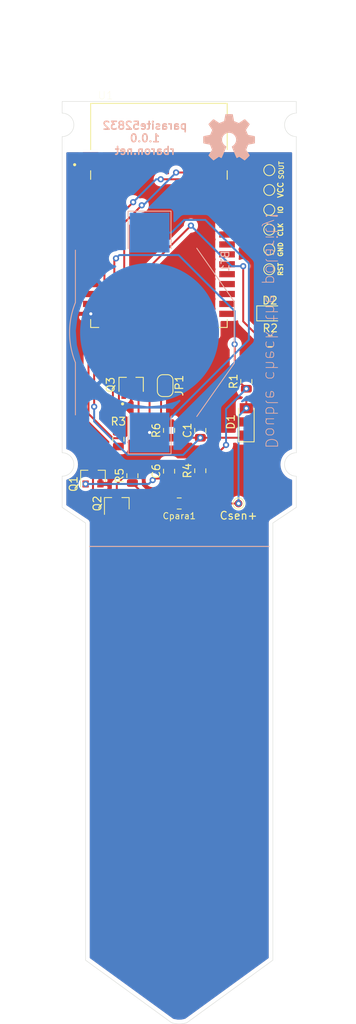
<source format=kicad_pcb>
(kicad_pcb (version 20171130) (host pcbnew "(5.1.2-1)-1")

  (general
    (thickness 1.6)
    (drawings 27)
    (tracks 143)
    (zones 0)
    (modules 25)
    (nets 46)
  )

  (page A4)
  (title_block
    (title parasite)
    (date 2021-02-05)
    (rev 1.1.0)
    (company rbaron.net)
  )

  (layers
    (0 F.Cu signal)
    (31 B.Cu signal)
    (32 B.Adhes user)
    (33 F.Adhes user)
    (34 B.Paste user)
    (35 F.Paste user)
    (36 B.SilkS user)
    (37 F.SilkS user)
    (38 B.Mask user)
    (39 F.Mask user)
    (40 Dwgs.User user)
    (41 Cmts.User user)
    (42 Eco1.User user hide)
    (43 Eco2.User user hide)
    (44 Edge.Cuts user)
    (45 Margin user)
    (46 B.CrtYd user)
    (47 F.CrtYd user)
    (48 B.Fab user)
    (49 F.Fab user)
  )

  (setup
    (last_trace_width 0.25)
    (user_trace_width 0.5)
    (user_trace_width 5)
    (user_trace_width 10)
    (trace_clearance 0.2)
    (zone_clearance 0.508)
    (zone_45_only no)
    (trace_min 0.2)
    (via_size 0.8)
    (via_drill 0.4)
    (via_min_size 0.4)
    (via_min_drill 0.3)
    (uvia_size 0.3)
    (uvia_drill 0.1)
    (uvias_allowed no)
    (uvia_min_size 0.2)
    (uvia_min_drill 0.1)
    (edge_width 0.05)
    (segment_width 0.2)
    (pcb_text_width 0.3)
    (pcb_text_size 1.5 1.5)
    (mod_edge_width 0.12)
    (mod_text_size 1 1)
    (mod_text_width 0.15)
    (pad_size 6 5.5)
    (pad_drill 0)
    (pad_to_mask_clearance 0.051)
    (solder_mask_min_width 0.25)
    (aux_axis_origin 0 0)
    (visible_elements FFFFFFFF)
    (pcbplotparams
      (layerselection 0x010fc_ffffffff)
      (usegerberextensions false)
      (usegerberattributes false)
      (usegerberadvancedattributes false)
      (creategerberjobfile false)
      (excludeedgelayer true)
      (linewidth 0.100000)
      (plotframeref false)
      (viasonmask false)
      (mode 1)
      (useauxorigin false)
      (hpglpennumber 1)
      (hpglpenspeed 20)
      (hpglpendiameter 15.000000)
      (psnegative false)
      (psa4output false)
      (plotreference true)
      (plotvalue true)
      (plotinvisibletext false)
      (padsonsilk false)
      (subtractmaskfromsilk false)
      (outputformat 1)
      (mirror false)
      (drillshape 0)
      (scaleselection 1)
      (outputdirectory "gerber/"))
  )

  (net 0 "")
  (net 1 GND)
  (net 2 /Csen+)
  (net 3 /PWM)
  (net 4 "Net-(C6-Pad1)")
  (net 5 "Net-(Q2-Pad3)")
  (net 6 "Net-(Q1-Pad3)")
  (net 7 "Net-(BT1-Pad1)")
  (net 8 /SENS_OUT)
  (net 9 "Net-(D2-Pad2)")
  (net 10 +3V0)
  (net 11 /LED)
  (net 12 /FAST_DISCH_EN)
  (net 13 "Net-(TP1-Pad1)")
  (net 14 "Net-(TP2-Pad1)")
  (net 15 "Net-(TP5-Pad1)")
  (net 16 "Net-(U1-Pad41)")
  (net 17 "Net-(U1-Pad40)")
  (net 18 "Net-(U1-Pad39)")
  (net 19 "Net-(U1-Pad35)")
  (net 20 "Net-(U1-Pad34)")
  (net 21 "Net-(U1-Pad33)")
  (net 22 "Net-(U1-Pad32)")
  (net 23 "Net-(U1-Pad31)")
  (net 24 "Net-(U1-Pad30)")
  (net 25 "Net-(U1-Pad29)")
  (net 26 "Net-(U1-Pad28)")
  (net 27 "Net-(U1-Pad27)")
  (net 28 "Net-(U1-Pad26)")
  (net 29 "Net-(U1-Pad25)")
  (net 30 "Net-(U1-Pad24)")
  (net 31 "Net-(U1-Pad23)")
  (net 32 "Net-(U1-Pad22)")
  (net 33 "Net-(U1-Pad21)")
  (net 34 "Net-(U1-Pad14)")
  (net 35 "Net-(U1-Pad13)")
  (net 36 "Net-(U1-Pad12)")
  (net 37 "Net-(U1-Pad11)")
  (net 38 "Net-(U1-Pad10)")
  (net 39 "Net-(U1-Pad9)")
  (net 40 "Net-(U1-Pad8)")
  (net 41 "Net-(U1-Pad7)")
  (net 42 "Net-(U1-Pad6)")
  (net 43 "Net-(U1-Pad5)")
  (net 44 "Net-(U1-Pad4)")
  (net 45 "Net-(U1-Pad3)")

  (net_class Default "This is the default net class."
    (clearance 0.2)
    (trace_width 0.25)
    (via_dia 0.8)
    (via_drill 0.4)
    (uvia_dia 0.3)
    (uvia_drill 0.1)
    (add_net +3V0)
    (add_net /Csen+)
    (add_net /FAST_DISCH_EN)
    (add_net /LED)
    (add_net /PWM)
    (add_net /SENS_OUT)
    (add_net GND)
    (add_net "Net-(BT1-Pad1)")
    (add_net "Net-(C6-Pad1)")
    (add_net "Net-(D2-Pad2)")
    (add_net "Net-(Q1-Pad3)")
    (add_net "Net-(Q2-Pad3)")
    (add_net "Net-(TP1-Pad1)")
    (add_net "Net-(TP2-Pad1)")
    (add_net "Net-(TP5-Pad1)")
    (add_net "Net-(U1-Pad10)")
    (add_net "Net-(U1-Pad11)")
    (add_net "Net-(U1-Pad12)")
    (add_net "Net-(U1-Pad13)")
    (add_net "Net-(U1-Pad14)")
    (add_net "Net-(U1-Pad21)")
    (add_net "Net-(U1-Pad22)")
    (add_net "Net-(U1-Pad23)")
    (add_net "Net-(U1-Pad24)")
    (add_net "Net-(U1-Pad25)")
    (add_net "Net-(U1-Pad26)")
    (add_net "Net-(U1-Pad27)")
    (add_net "Net-(U1-Pad28)")
    (add_net "Net-(U1-Pad29)")
    (add_net "Net-(U1-Pad3)")
    (add_net "Net-(U1-Pad30)")
    (add_net "Net-(U1-Pad31)")
    (add_net "Net-(U1-Pad32)")
    (add_net "Net-(U1-Pad33)")
    (add_net "Net-(U1-Pad34)")
    (add_net "Net-(U1-Pad35)")
    (add_net "Net-(U1-Pad39)")
    (add_net "Net-(U1-Pad4)")
    (add_net "Net-(U1-Pad40)")
    (add_net "Net-(U1-Pad41)")
    (add_net "Net-(U1-Pad5)")
    (add_net "Net-(U1-Pad6)")
    (add_net "Net-(U1-Pad7)")
    (add_net "Net-(U1-Pad8)")
    (add_net "Net-(U1-Pad9)")
  )

  (module kicad:BatteryHolder_Keystone_3002_1x2032 (layer B.Cu) (tedit 5D9C7E9A) (tstamp 60358E5D)
    (at 114.2 71.6 270)
    (descr https://www.tme.eu/it/Document/a823211ec201a9e209042d155fe22d2b/KEYS2996.pdf)
    (tags "BR2016 CR2016 DL2016 BR2020 CL2020 BR2025 CR2025 DL2025 DR2032 CR2032 DL2032")
    (path /60386A6F)
    (attr smd)
    (fp_text reference BT1 (at -9.15 -9.7 90) (layer B.SilkS)
      (effects (font (size 1 1) (thickness 0.15)) (justify mirror))
    )
    (fp_text value Battery_Cell (at 0 11 90) (layer B.Fab)
      (effects (font (size 1 1) (thickness 0.15)) (justify mirror))
    )
    (fp_line (start -15.35 2.55) (end -15.35 -2.55) (layer B.Fab) (width 0.1))
    (fp_line (start -15.35 -2.55) (end -10.55 -2.55) (layer B.Fab) (width 0.1))
    (fp_line (start -15.35 2.55) (end -10.55 2.55) (layer B.Fab) (width 0.1))
    (fp_line (start -10.55 -2.55) (end -10.55 -5.85) (layer B.Fab) (width 0.1))
    (fp_line (start 10.55 -2.55) (end 10.55 -5.9) (layer B.Fab) (width 0.1))
    (fp_line (start -3.8 -10.6) (end 3.8 -10.6) (layer B.Fab) (width 0.1))
    (fp_line (start 10.55 -2.55) (end 15.35 -2.55) (layer B.Fab) (width 0.1))
    (fp_line (start 15.35 -2.55) (end 15.35 2.55) (layer B.Fab) (width 0.1))
    (fp_line (start 15.35 2.55) (end 10.55 2.55) (layer B.Fab) (width 0.1))
    (fp_line (start 10.55 2.55) (end 10.55 9.3) (layer B.Fab) (width 0.1))
    (fp_line (start 10.55 9.3) (end -10.55 9.3) (layer B.Fab) (width 0.1))
    (fp_line (start -10.55 2.55) (end -10.55 9.3) (layer B.Fab) (width 0.1))
    (fp_line (start -10.55 -5.85) (end -3.8 -10.6) (layer B.Fab) (width 0.1))
    (fp_line (start -10.8 -6.05) (end -3.95 -10.85) (layer B.SilkS) (width 0.12))
    (fp_line (start -3.95 -10.85) (end 3.95 -10.85) (layer B.SilkS) (width 0.12))
    (fp_line (start 3.95 -10.85) (end 10.75 -6.05) (layer B.SilkS) (width 0.12))
    (fp_line (start 10.55 -5.9) (end 3.8 -10.6) (layer B.Fab) (width 0.1))
    (fp_circle (center 0 0) (end 10 0) (layer Dwgs.User) (width 0.2))
    (fp_line (start -10.55 9.5) (end -3.85 9.5) (layer B.SilkS) (width 0.12))
    (fp_arc (start 0 0) (end 3.85 9.5) (angle 44.1) (layer B.SilkS) (width 0.12))
    (fp_line (start 10.55 9.5) (end 3.85 9.5) (layer B.SilkS) (width 0.12))
    (fp_line (start -15.85 3.05) (end -11.05 3.05) (layer B.CrtYd) (width 0.05))
    (fp_line (start -11.05 3.05) (end -11.05 9.8) (layer B.CrtYd) (width 0.05))
    (fp_line (start -11.05 9.8) (end -3.9 9.8) (layer B.CrtYd) (width 0.05))
    (fp_arc (start 0 0) (end 3.9 9.8) (angle 43.40107348) (layer B.CrtYd) (width 0.05))
    (fp_line (start 11.05 9.8) (end 3.9 9.8) (layer B.CrtYd) (width 0.05))
    (fp_line (start 11.05 9.8) (end 11.05 3.05) (layer B.CrtYd) (width 0.05))
    (fp_line (start 11.05 3.05) (end 15.85 3.05) (layer B.CrtYd) (width 0.05))
    (fp_line (start 15.85 3.05) (end 15.85 -3.05) (layer B.CrtYd) (width 0.05))
    (fp_line (start 15.85 -3.05) (end 11.05 -3.05) (layer B.CrtYd) (width 0.05))
    (fp_line (start 11.05 -3.05) (end 11.05 -6.35) (layer B.CrtYd) (width 0.05))
    (fp_line (start 11.05 -6.35) (end 4.3 -11.1) (layer B.CrtYd) (width 0.05))
    (fp_line (start 4.3 -11.1) (end -4.3 -11.1) (layer B.CrtYd) (width 0.05))
    (fp_line (start -4.3 -11.1) (end -11.05 -6.35) (layer B.CrtYd) (width 0.05))
    (fp_line (start -11.05 -6.35) (end -11.05 -3.05) (layer B.CrtYd) (width 0.05))
    (fp_line (start -11.05 -3.05) (end -15.85 -3.05) (layer B.CrtYd) (width 0.05))
    (fp_line (start -15.85 -3.05) (end -15.85 3.05) (layer B.CrtYd) (width 0.05))
    (fp_line (start -10.75 2.75) (end -15.55 2.75) (layer B.SilkS) (width 0.12))
    (fp_line (start -15.55 2.75) (end -15.55 -2.75) (layer B.SilkS) (width 0.12))
    (fp_line (start -15.55 -2.75) (end -10.75 -2.75) (layer B.SilkS) (width 0.12))
    (fp_line (start 10.75 -2.75) (end 15.55 -2.75) (layer B.SilkS) (width 0.12))
    (fp_line (start 15.55 -2.75) (end 15.55 2.75) (layer B.SilkS) (width 0.12))
    (fp_line (start 15.55 2.75) (end 10.75 2.75) (layer B.SilkS) (width 0.12))
    (fp_text user %R (at -9.15 -9.7 90) (layer B.Fab)
      (effects (font (size 1 1) (thickness 0.15)) (justify mirror))
    )
    (pad 2 smd circle (at 0 0 270) (size 17.8 17.8) (layers B.Cu B.Mask)
      (net 1 GND))
    (pad 1 smd rect (at -12.8 0 270) (size 5.1 5.1) (layers B.Cu B.Paste B.Mask)
      (net 7 "Net-(BT1-Pad1)"))
    (pad 1 smd rect (at 12.8 0 270) (size 5.1 5.1) (layers B.Cu B.Paste B.Mask)
      (net 7 "Net-(BT1-Pad1)"))
    (model ${KISYS3DMOD}/Battery.3dshapes/BatteryHolder_Keystone_3002_1x2032.wrl
      (at (xyz 0 0 0))
      (scale (xyz 1 1 1))
      (rotate (xyz 0 0 0))
    )
  )

  (module Symbol:OSHW-Symbol_6.7x6mm_SilkScreen (layer B.Cu) (tedit 0) (tstamp 6035C48A)
    (at 124.4 46.6 180)
    (descr "Open Source Hardware Symbol")
    (tags "Logo Symbol OSHW")
    (attr virtual)
    (fp_text reference REF** (at 0 0) (layer B.SilkS) hide
      (effects (font (size 1 1) (thickness 0.15)) (justify mirror))
    )
    (fp_text value OSHW-Symbol_6.7x6mm_SilkScreen (at 0.75 0) (layer B.Fab) hide
      (effects (font (size 1 1) (thickness 0.15)) (justify mirror))
    )
    (fp_poly (pts (xy 0.555814 2.531069) (xy 0.639635 2.086445) (xy 0.94892 1.958947) (xy 1.258206 1.831449)
      (xy 1.629246 2.083754) (xy 1.733157 2.154004) (xy 1.827087 2.216728) (xy 1.906652 2.269062)
      (xy 1.96747 2.308143) (xy 2.005157 2.331107) (xy 2.015421 2.336058) (xy 2.03391 2.323324)
      (xy 2.07342 2.288118) (xy 2.129522 2.234938) (xy 2.197787 2.168282) (xy 2.273786 2.092646)
      (xy 2.353092 2.012528) (xy 2.431275 1.932426) (xy 2.503907 1.856836) (xy 2.566559 1.790255)
      (xy 2.614803 1.737182) (xy 2.64421 1.702113) (xy 2.651241 1.690377) (xy 2.641123 1.66874)
      (xy 2.612759 1.621338) (xy 2.569129 1.552807) (xy 2.513218 1.467785) (xy 2.448006 1.370907)
      (xy 2.410219 1.31565) (xy 2.341343 1.214752) (xy 2.28014 1.123701) (xy 2.229578 1.04703)
      (xy 2.192628 0.989272) (xy 2.172258 0.954957) (xy 2.169197 0.947746) (xy 2.176136 0.927252)
      (xy 2.195051 0.879487) (xy 2.223087 0.811168) (xy 2.257391 0.729011) (xy 2.295109 0.63973)
      (xy 2.333387 0.550042) (xy 2.36937 0.466662) (xy 2.400206 0.396306) (xy 2.423039 0.34569)
      (xy 2.435017 0.321529) (xy 2.435724 0.320578) (xy 2.454531 0.315964) (xy 2.504618 0.305672)
      (xy 2.580793 0.290713) (xy 2.677865 0.272099) (xy 2.790643 0.250841) (xy 2.856442 0.238582)
      (xy 2.97695 0.215638) (xy 3.085797 0.193805) (xy 3.177476 0.174278) (xy 3.246481 0.158252)
      (xy 3.287304 0.146921) (xy 3.295511 0.143326) (xy 3.303548 0.118994) (xy 3.310033 0.064041)
      (xy 3.31497 -0.015108) (xy 3.318364 -0.112026) (xy 3.320218 -0.220287) (xy 3.320538 -0.333465)
      (xy 3.319327 -0.445135) (xy 3.31659 -0.548868) (xy 3.312331 -0.638241) (xy 3.306555 -0.706826)
      (xy 3.299267 -0.748197) (xy 3.294895 -0.75681) (xy 3.268764 -0.767133) (xy 3.213393 -0.781892)
      (xy 3.136107 -0.799352) (xy 3.04423 -0.81778) (xy 3.012158 -0.823741) (xy 2.857524 -0.852066)
      (xy 2.735375 -0.874876) (xy 2.641673 -0.89308) (xy 2.572384 -0.907583) (xy 2.523471 -0.919292)
      (xy 2.490897 -0.929115) (xy 2.470628 -0.937956) (xy 2.458626 -0.946724) (xy 2.456947 -0.948457)
      (xy 2.440184 -0.976371) (xy 2.414614 -1.030695) (xy 2.382788 -1.104777) (xy 2.34726 -1.191965)
      (xy 2.310583 -1.285608) (xy 2.275311 -1.379052) (xy 2.243996 -1.465647) (xy 2.219193 -1.53874)
      (xy 2.203454 -1.591678) (xy 2.199332 -1.617811) (xy 2.199676 -1.618726) (xy 2.213641 -1.640086)
      (xy 2.245322 -1.687084) (xy 2.291391 -1.754827) (xy 2.348518 -1.838423) (xy 2.413373 -1.932982)
      (xy 2.431843 -1.959854) (xy 2.497699 -2.057275) (xy 2.55565 -2.146163) (xy 2.602538 -2.221412)
      (xy 2.635207 -2.27792) (xy 2.6505 -2.310581) (xy 2.651241 -2.314593) (xy 2.638392 -2.335684)
      (xy 2.602888 -2.377464) (xy 2.549293 -2.435445) (xy 2.482171 -2.505135) (xy 2.406087 -2.582045)
      (xy 2.325604 -2.661683) (xy 2.245287 -2.739561) (xy 2.169699 -2.811186) (xy 2.103405 -2.87207)
      (xy 2.050969 -2.917721) (xy 2.016955 -2.94365) (xy 2.007545 -2.947883) (xy 1.985643 -2.937912)
      (xy 1.9408 -2.91102) (xy 1.880321 -2.871736) (xy 1.833789 -2.840117) (xy 1.749475 -2.782098)
      (xy 1.649626 -2.713784) (xy 1.549473 -2.645579) (xy 1.495627 -2.609075) (xy 1.313371 -2.4858)
      (xy 1.160381 -2.56852) (xy 1.090682 -2.604759) (xy 1.031414 -2.632926) (xy 0.991311 -2.648991)
      (xy 0.981103 -2.651226) (xy 0.968829 -2.634722) (xy 0.944613 -2.588082) (xy 0.910263 -2.515609)
      (xy 0.867588 -2.421606) (xy 0.818394 -2.310374) (xy 0.76449 -2.186215) (xy 0.707684 -2.053432)
      (xy 0.649782 -1.916327) (xy 0.592593 -1.779202) (xy 0.537924 -1.646358) (xy 0.487584 -1.522098)
      (xy 0.44338 -1.410725) (xy 0.407119 -1.316539) (xy 0.380609 -1.243844) (xy 0.365658 -1.196941)
      (xy 0.363254 -1.180833) (xy 0.382311 -1.160286) (xy 0.424036 -1.126933) (xy 0.479706 -1.087702)
      (xy 0.484378 -1.084599) (xy 0.628264 -0.969423) (xy 0.744283 -0.835053) (xy 0.83143 -0.685784)
      (xy 0.888699 -0.525913) (xy 0.915086 -0.359737) (xy 0.909585 -0.191552) (xy 0.87119 -0.025655)
      (xy 0.798895 0.133658) (xy 0.777626 0.168513) (xy 0.666996 0.309263) (xy 0.536302 0.422286)
      (xy 0.390064 0.506997) (xy 0.232808 0.562806) (xy 0.069057 0.589126) (xy -0.096667 0.58537)
      (xy -0.259838 0.55095) (xy -0.415935 0.485277) (xy -0.560433 0.387765) (xy -0.605131 0.348187)
      (xy -0.718888 0.224297) (xy -0.801782 0.093876) (xy -0.858644 -0.052315) (xy -0.890313 -0.197088)
      (xy -0.898131 -0.35986) (xy -0.872062 -0.52344) (xy -0.814755 -0.682298) (xy -0.728856 -0.830906)
      (xy -0.617014 -0.963735) (xy -0.481877 -1.075256) (xy -0.464117 -1.087011) (xy -0.40785 -1.125508)
      (xy -0.365077 -1.158863) (xy -0.344628 -1.18016) (xy -0.344331 -1.180833) (xy -0.348721 -1.203871)
      (xy -0.366124 -1.256157) (xy -0.394732 -1.33339) (xy -0.432735 -1.431268) (xy -0.478326 -1.545491)
      (xy -0.529697 -1.671758) (xy -0.585038 -1.805767) (xy -0.642542 -1.943218) (xy -0.700399 -2.079808)
      (xy -0.756802 -2.211237) (xy -0.809942 -2.333205) (xy -0.85801 -2.441409) (xy -0.899199 -2.531549)
      (xy -0.931699 -2.599323) (xy -0.953703 -2.64043) (xy -0.962564 -2.651226) (xy -0.98964 -2.642819)
      (xy -1.040303 -2.620272) (xy -1.105817 -2.587613) (xy -1.141841 -2.56852) (xy -1.294832 -2.4858)
      (xy -1.477088 -2.609075) (xy -1.570125 -2.672228) (xy -1.671985 -2.741727) (xy -1.767438 -2.807165)
      (xy -1.81525 -2.840117) (xy -1.882495 -2.885273) (xy -1.939436 -2.921057) (xy -1.978646 -2.942938)
      (xy -1.991381 -2.947563) (xy -2.009917 -2.935085) (xy -2.050941 -2.900252) (xy -2.110475 -2.846678)
      (xy -2.184542 -2.777983) (xy -2.269165 -2.697781) (xy -2.322685 -2.646286) (xy -2.416319 -2.554286)
      (xy -2.497241 -2.471999) (xy -2.562177 -2.402945) (xy -2.607858 -2.350644) (xy -2.631011 -2.318616)
      (xy -2.633232 -2.312116) (xy -2.622924 -2.287394) (xy -2.594439 -2.237405) (xy -2.550937 -2.167212)
      (xy -2.495577 -2.081875) (xy -2.43152 -1.986456) (xy -2.413303 -1.959854) (xy -2.346927 -1.863167)
      (xy -2.287378 -1.776117) (xy -2.237984 -1.703595) (xy -2.202075 -1.650493) (xy -2.182981 -1.621703)
      (xy -2.181136 -1.618726) (xy -2.183895 -1.595782) (xy -2.198538 -1.545336) (xy -2.222513 -1.474041)
      (xy -2.253266 -1.388547) (xy -2.288244 -1.295507) (xy -2.324893 -1.201574) (xy -2.360661 -1.113399)
      (xy -2.392994 -1.037634) (xy -2.419338 -0.980931) (xy -2.437142 -0.949943) (xy -2.438407 -0.948457)
      (xy -2.449294 -0.939601) (xy -2.467682 -0.930843) (xy -2.497606 -0.921277) (xy -2.543103 -0.909996)
      (xy -2.608209 -0.896093) (xy -2.696961 -0.878663) (xy -2.813393 -0.856798) (xy -2.961542 -0.829591)
      (xy -2.993618 -0.823741) (xy -3.088686 -0.805374) (xy -3.171565 -0.787405) (xy -3.23493 -0.771569)
      (xy -3.271458 -0.7596) (xy -3.276356 -0.75681) (xy -3.284427 -0.732072) (xy -3.290987 -0.67679)
      (xy -3.296033 -0.597389) (xy -3.299559 -0.500296) (xy -3.301561 -0.391938) (xy -3.302036 -0.27874)
      (xy -3.300977 -0.167128) (xy -3.298382 -0.063529) (xy -3.294246 0.025632) (xy -3.288563 0.093928)
      (xy -3.281331 0.134934) (xy -3.276971 0.143326) (xy -3.252698 0.151792) (xy -3.197426 0.165565)
      (xy -3.116662 0.18345) (xy -3.015912 0.204252) (xy -2.900683 0.226777) (xy -2.837902 0.238582)
      (xy -2.718787 0.260849) (xy -2.612565 0.281021) (xy -2.524427 0.298085) (xy -2.459566 0.311031)
      (xy -2.423174 0.318845) (xy -2.417184 0.320578) (xy -2.407061 0.34011) (xy -2.385662 0.387157)
      (xy -2.355839 0.454997) (xy -2.320445 0.536909) (xy -2.282332 0.626172) (xy -2.244353 0.716065)
      (xy -2.20936 0.799865) (xy -2.180206 0.870853) (xy -2.159743 0.922306) (xy -2.150823 0.947503)
      (xy -2.150657 0.948604) (xy -2.160769 0.968481) (xy -2.189117 1.014223) (xy -2.232723 1.081283)
      (xy -2.288606 1.165116) (xy -2.353787 1.261174) (xy -2.391679 1.31635) (xy -2.460725 1.417519)
      (xy -2.52205 1.50937) (xy -2.572663 1.587256) (xy -2.609571 1.646531) (xy -2.629782 1.682549)
      (xy -2.632701 1.690623) (xy -2.620153 1.709416) (xy -2.585463 1.749543) (xy -2.533063 1.806507)
      (xy -2.467384 1.875815) (xy -2.392856 1.952969) (xy -2.313913 2.033475) (xy -2.234983 2.112837)
      (xy -2.1605 2.18656) (xy -2.094894 2.250148) (xy -2.042596 2.299106) (xy -2.008039 2.328939)
      (xy -1.996478 2.336058) (xy -1.977654 2.326047) (xy -1.932631 2.297922) (xy -1.865787 2.254546)
      (xy -1.781499 2.198782) (xy -1.684144 2.133494) (xy -1.610707 2.083754) (xy -1.239667 1.831449)
      (xy -0.621095 2.086445) (xy -0.537275 2.531069) (xy -0.453454 2.975693) (xy 0.471994 2.975693)
      (xy 0.555814 2.531069)) (layer B.SilkS) (width 0.01))
  )

  (module snapeda:XCVR_E73-2G4M04S1B (layer F.Cu) (tedit 60351C1C) (tstamp 6035CD8F)
    (at 115.4 56.6)
    (path /60359A82)
    (fp_text reference U1 (at -6.825 -15.375) (layer F.SilkS)
      (effects (font (size 1 1) (thickness 0.015)))
    )
    (fp_text value E73-2G4M04S1B (at 1.43 16.365) (layer F.Fab)
      (effects (font (size 1 1) (thickness 0.015)))
    )
    (fp_line (start -8.75 -8.288) (end 8.75 -8.288) (layer F.Fab) (width 0.127))
    (fp_line (start 8.75 14.35) (end 8.75 13.325) (layer F.SilkS) (width 0.127))
    (fp_line (start 8.75 -5.725) (end 8.75 -4.625) (layer F.SilkS) (width 0.127))
    (fp_line (start 7.705 14.35) (end 8.75 14.35) (layer F.SilkS) (width 0.127))
    (fp_line (start -8.75 14.35) (end -7.705 14.35) (layer F.SilkS) (width 0.127))
    (fp_line (start -8.75 14.35) (end -8.75 13.325) (layer F.SilkS) (width 0.127))
    (fp_line (start 8.75 -8.435) (end 8.75 -14.35) (layer F.SilkS) (width 0.127))
    (fp_line (start 8.75 -14.35) (end -8.75 -14.35) (layer F.SilkS) (width 0.127))
    (fp_line (start -8.75 -14.35) (end -8.75 -8.435) (layer F.SilkS) (width 0.127))
    (fp_line (start -8.75 -5.725) (end -8.75 -4.625) (layer F.SilkS) (width 0.127))
    (fp_circle (center -10.8 -6.5) (end -10.7 -6.5) (layer F.SilkS) (width 0.2))
    (fp_circle (center -10.8 -6.5) (end -10.7 -6.5) (layer F.Fab) (width 0.2))
    (fp_text user under~the~module (at -5 3) (layer F.Fab)
      (effects (font (size 0.5 0.5) (thickness 0.015)))
    )
    (fp_text user Avoid~traces~in~Bottom~Layer (at -5 2) (layer F.Fab)
      (effects (font (size 0.5 0.5) (thickness 0.015)))
    )
    (fp_poly (pts (xy -8.75 -14.35) (xy 8.75 -14.35) (xy 8.75 14.35) (xy -8.75 14.35)) (layer Dwgs.User) (width 0.01))
    (fp_poly (pts (xy -8.75 -14.35) (xy -8.75 -8.1) (xy -7.75 -8.1) (xy -7.75 -6.045)
      (xy -8.75 -6.045) (xy -8.75 -4.305) (xy -7.73 -4.305) (xy -7.73 13.3)
      (xy 7.73 13.3) (xy 7.73 -4.305) (xy 8.75 -4.305) (xy 8.75 -6.045)
      (xy 7.75 -6.045) (xy 7.75 -8.115) (xy 8.75 -8.115) (xy 8.75 -14.35)) (layer Dwgs.User) (width 0.01))
    (fp_line (start 10 -14.6) (end -10 -14.6) (layer F.CrtYd) (width 0.05))
    (fp_line (start 10 15.6) (end 10 -14.6) (layer F.CrtYd) (width 0.05))
    (fp_line (start -10 15.6) (end 10 15.6) (layer F.CrtYd) (width 0.05))
    (fp_line (start -10 -14.6) (end -10 15.6) (layer F.CrtYd) (width 0.05))
    (fp_line (start 8.75 -14.35) (end -8.75 -14.35) (layer F.Fab) (width 0.127))
    (fp_line (start 8.75 -8.288) (end 8.75 -14.35) (layer F.Fab) (width 0.127))
    (fp_line (start 8.75 14.35) (end 8.75 -8.288) (layer F.Fab) (width 0.127))
    (fp_line (start -8.75 14.35) (end 8.75 14.35) (layer F.Fab) (width 0.127))
    (fp_line (start -8.75 -8.288) (end -8.75 14.35) (layer F.Fab) (width 0.127))
    (fp_line (start -8.75 -14.35) (end -8.75 -8.288) (layer F.Fab) (width 0.127))
    (pad 42 smd rect (at 8.75 -6.445) (size 2 0.8) (layers F.Cu F.Paste F.Mask)
      (net 1 GND))
    (pad 43 smd rect (at 8.75 -7.715) (size 2 0.8) (layers F.Cu F.Paste F.Mask)
      (net 1 GND))
    (pad 41 smd rect (at 8.73 -3.905) (size 2 0.8) (layers F.Cu F.Paste F.Mask)
      (net 16 "Net-(U1-Pad41)"))
    (pad 40 smd rect (at 8.73 -2.635) (size 2 0.8) (layers F.Cu F.Paste F.Mask)
      (net 17 "Net-(U1-Pad40)"))
    (pad 39 smd rect (at 8.73 -1.365) (size 2 0.8) (layers F.Cu F.Paste F.Mask)
      (net 18 "Net-(U1-Pad39)"))
    (pad 38 smd rect (at 8.73 -0.095) (size 2 0.8) (layers F.Cu F.Paste F.Mask)
      (net 13 "Net-(TP1-Pad1)"))
    (pad 37 smd rect (at 8.73 1.175) (size 2 0.8) (layers F.Cu F.Paste F.Mask)
      (net 14 "Net-(TP2-Pad1)"))
    (pad 36 smd rect (at 8.73 2.445) (size 2 0.8) (layers F.Cu F.Paste F.Mask)
      (net 15 "Net-(TP5-Pad1)"))
    (pad 35 smd rect (at 8.73 3.715) (size 2 0.8) (layers F.Cu F.Paste F.Mask)
      (net 19 "Net-(U1-Pad35)"))
    (pad 34 smd rect (at 8.73 4.985) (size 2 0.8) (layers F.Cu F.Paste F.Mask)
      (net 20 "Net-(U1-Pad34)"))
    (pad 33 smd rect (at 8.73 6.255) (size 2 0.8) (layers F.Cu F.Paste F.Mask)
      (net 21 "Net-(U1-Pad33)"))
    (pad 32 smd rect (at 8.73 7.525) (size 2 0.8) (layers F.Cu F.Paste F.Mask)
      (net 22 "Net-(U1-Pad32)"))
    (pad 31 smd rect (at 8.73 8.795) (size 2 0.8) (layers F.Cu F.Paste F.Mask)
      (net 23 "Net-(U1-Pad31)"))
    (pad 30 smd rect (at 8.73 10.065) (size 2 0.8) (layers F.Cu F.Paste F.Mask)
      (net 24 "Net-(U1-Pad30)"))
    (pad 29 smd rect (at 8.73 11.335) (size 2 0.8) (layers F.Cu F.Paste F.Mask)
      (net 25 "Net-(U1-Pad29)"))
    (pad 28 smd rect (at 8.73 12.605) (size 2 0.8) (layers F.Cu F.Paste F.Mask)
      (net 26 "Net-(U1-Pad28)"))
    (pad 27 smd rect (at 6.985 14.35) (size 0.8 2) (layers F.Cu F.Paste F.Mask)
      (net 27 "Net-(U1-Pad27)"))
    (pad 26 smd rect (at 5.715 14.35) (size 0.8 2) (layers F.Cu F.Paste F.Mask)
      (net 28 "Net-(U1-Pad26)"))
    (pad 25 smd rect (at 4.445 14.35) (size 0.8 2) (layers F.Cu F.Paste F.Mask)
      (net 29 "Net-(U1-Pad25)"))
    (pad 24 smd rect (at 3.175 14.35) (size 0.8 2) (layers F.Cu F.Paste F.Mask)
      (net 30 "Net-(U1-Pad24)"))
    (pad 23 smd rect (at 1.905 14.35) (size 0.8 2) (layers F.Cu F.Paste F.Mask)
      (net 31 "Net-(U1-Pad23)"))
    (pad 22 smd rect (at 0.635 14.35) (size 0.8 2) (layers F.Cu F.Paste F.Mask)
      (net 32 "Net-(U1-Pad22)"))
    (pad 21 smd rect (at -0.635 14.35) (size 0.8 2) (layers F.Cu F.Paste F.Mask)
      (net 33 "Net-(U1-Pad21)"))
    (pad 20 smd rect (at -1.905 14.35) (size 0.8 2) (layers F.Cu F.Paste F.Mask)
      (net 12 /FAST_DISCH_EN))
    (pad 19 smd rect (at -3.175 14.35) (size 0.8 2) (layers F.Cu F.Paste F.Mask)
      (net 11 /LED))
    (pad 18 smd rect (at -4.445 14.35) (size 0.8 2) (layers F.Cu F.Paste F.Mask)
      (net 8 /SENS_OUT))
    (pad 17 smd rect (at -5.715 14.35) (size 0.8 2) (layers F.Cu F.Paste F.Mask)
      (net 3 /PWM))
    (pad 16 smd rect (at -6.985 14.35) (size 0.8 2) (layers F.Cu F.Paste F.Mask)
      (net 10 +3V0))
    (pad 15 smd rect (at -8.73 12.605) (size 2 0.8) (layers F.Cu F.Paste F.Mask)
      (net 1 GND))
    (pad 14 smd rect (at -8.73 11.335) (size 2 0.8) (layers F.Cu F.Paste F.Mask)
      (net 34 "Net-(U1-Pad14)"))
    (pad 13 smd rect (at -8.73 10.065) (size 2 0.8) (layers F.Cu F.Paste F.Mask)
      (net 35 "Net-(U1-Pad13)"))
    (pad 12 smd rect (at -8.73 8.795) (size 2 0.8) (layers F.Cu F.Paste F.Mask)
      (net 36 "Net-(U1-Pad12)"))
    (pad 11 smd rect (at -8.73 7.525) (size 2 0.8) (layers F.Cu F.Paste F.Mask)
      (net 37 "Net-(U1-Pad11)"))
    (pad 10 smd rect (at -8.73 6.255) (size 2 0.8) (layers F.Cu F.Paste F.Mask)
      (net 38 "Net-(U1-Pad10)"))
    (pad 9 smd rect (at -8.73 4.985) (size 2 0.8) (layers F.Cu F.Paste F.Mask)
      (net 39 "Net-(U1-Pad9)"))
    (pad 8 smd rect (at -8.73 3.715) (size 2 0.8) (layers F.Cu F.Paste F.Mask)
      (net 40 "Net-(U1-Pad8)"))
    (pad 7 smd rect (at -8.73 2.445) (size 2 0.8) (layers F.Cu F.Paste F.Mask)
      (net 41 "Net-(U1-Pad7)"))
    (pad 6 smd rect (at -8.73 1.175) (size 2 0.8) (layers F.Cu F.Paste F.Mask)
      (net 42 "Net-(U1-Pad6)"))
    (pad 5 smd rect (at -8.73 -0.095) (size 2 0.8) (layers F.Cu F.Paste F.Mask)
      (net 43 "Net-(U1-Pad5)"))
    (pad 4 smd rect (at -8.73 -1.365) (size 2 0.8) (layers F.Cu F.Paste F.Mask)
      (net 44 "Net-(U1-Pad4)"))
    (pad 3 smd rect (at -8.73 -2.635) (size 2 0.8) (layers F.Cu F.Paste F.Mask)
      (net 45 "Net-(U1-Pad3)"))
    (pad 2 smd rect (at -8.73 -3.905) (size 2 0.8) (layers F.Cu F.Paste F.Mask)
      (net 1 GND))
    (pad 1 smd rect (at -8.75 -6.445) (size 2 0.8) (layers F.Cu F.Paste F.Mask)
      (net 1 GND))
    (pad 0 smd rect (at -8.75 -7.715) (size 2 0.8) (layers F.Cu F.Paste F.Mask)
      (net 1 GND))
  )

  (module snapeda:SOT95P280X125-3N (layer F.Cu) (tedit 603403B8) (tstamp 60359980)
    (at 111.84 78.24 90)
    (path /60388E46)
    (fp_text reference Q3 (at -0.06 -2.64 90) (layer F.SilkS)
      (effects (font (size 1 1) (thickness 0.15)))
    )
    (fp_text value AO3407A (at 7.62 3.175 90) (layer F.Fab)
      (effects (font (size 1 1) (thickness 0.015)))
    )
    (fp_circle (center -2.5 -1.1) (end -2.4 -1.1) (layer F.Fab) (width 0.2))
    (fp_circle (center -2.5 -1.1) (end -2.4 -1.1) (layer F.SilkS) (width 0.2))
    (fp_line (start -2.11 1.8) (end -2.11 -1.8) (layer F.CrtYd) (width 0.05))
    (fp_line (start 2.11 1.8) (end -2.11 1.8) (layer F.CrtYd) (width 0.05))
    (fp_line (start 2.11 -1.8) (end 2.11 1.8) (layer F.CrtYd) (width 0.05))
    (fp_line (start -2.11 -1.8) (end 2.11 -1.8) (layer F.CrtYd) (width 0.05))
    (fp_line (start 0.9 1.559) (end -0.9 1.559) (layer F.SilkS) (width 0.127))
    (fp_line (start 0.9 0.609) (end 0.9 1.559) (layer F.SilkS) (width 0.127))
    (fp_line (start 0.9 -1.559) (end 0.9 -0.609) (layer F.SilkS) (width 0.127))
    (fp_line (start -0.9 -1.559) (end 0.9 -1.559) (layer F.SilkS) (width 0.127))
    (fp_line (start 0.9 -1.55) (end -0.9 -1.55) (layer F.Fab) (width 0.127))
    (fp_line (start 0.9 1.55) (end 0.9 -1.55) (layer F.Fab) (width 0.127))
    (fp_line (start -0.9 1.55) (end 0.9 1.55) (layer F.Fab) (width 0.127))
    (fp_line (start -0.9 -1.55) (end -0.9 1.55) (layer F.Fab) (width 0.127))
    (pad 3 smd rect (at 1.255 0 90) (size 1.21 0.59) (layers F.Cu F.Paste F.Mask)
      (net 7 "Net-(BT1-Pad1)"))
    (pad 2 smd rect (at -1.255 0.95 90) (size 1.21 0.59) (layers F.Cu F.Paste F.Mask)
      (net 10 +3V0))
    (pad 1 smd rect (at -1.255 -0.95 90) (size 1.21 0.59) (layers F.Cu F.Paste F.Mask)
      (net 1 GND))
  )

  (module TestPoint:TestPoint_Pad_D1.0mm (layer F.Cu) (tedit 5A0F774F) (tstamp 60359057)
    (at 129.54 53.34 270)
    (descr "SMD pad as test Point, diameter 1.0mm")
    (tags "test point SMD pad")
    (path /6037D82C)
    (attr virtual)
    (fp_text reference VCC (at 0 -1.448 90) (layer F.SilkS)
      (effects (font (size 0.7 0.7) (thickness 0.15)))
    )
    (fp_text value VCC (at 0 1.55 90) (layer F.Fab)
      (effects (font (size 1 1) (thickness 0.15)))
    )
    (fp_circle (center 0 0) (end 0 0.7) (layer F.SilkS) (width 0.12))
    (fp_circle (center 0 0) (end 1 0) (layer F.CrtYd) (width 0.05))
    (fp_text user %R (at 0 -1.45 90) (layer F.Fab)
      (effects (font (size 1 1) (thickness 0.15)))
    )
    (pad 1 smd circle (at 0 0 270) (size 1 1) (layers F.Cu F.Mask)
      (net 10 +3V0))
  )

  (module TestPoint:TestPoint_Pad_D1.0mm (layer F.Cu) (tedit 5A0F774F) (tstamp 6035904F)
    (at 129.54 60.96 270)
    (descr "SMD pad as test Point, diameter 1.0mm")
    (tags "test point SMD pad")
    (path /6037E819)
    (attr virtual)
    (fp_text reference GND (at 0 -1.448 90) (layer F.SilkS)
      (effects (font (size 0.6 0.6) (thickness 0.15)))
    )
    (fp_text value GND (at 0 1.55 90) (layer F.Fab)
      (effects (font (size 1 1) (thickness 0.15)))
    )
    (fp_circle (center 0 0) (end 0 0.7) (layer F.SilkS) (width 0.12))
    (fp_circle (center 0 0) (end 1 0) (layer F.CrtYd) (width 0.05))
    (fp_text user %R (at 0 -1.45 90) (layer F.Fab)
      (effects (font (size 1 1) (thickness 0.15)))
    )
    (pad 1 smd circle (at 0 0 270) (size 1 1) (layers F.Cu F.Mask)
      (net 1 GND))
  )

  (module TestPoint:TestPoint_Pad_D1.0mm (layer F.Cu) (tedit 5A0F774F) (tstamp 60359047)
    (at 129.54 63.5 270)
    (descr "SMD pad as test Point, diameter 1.0mm")
    (tags "test point SMD pad")
    (path /6039FE47)
    (attr virtual)
    (fp_text reference RST (at 0 -1.448 90) (layer F.SilkS)
      (effects (font (size 0.6 0.6) (thickness 0.15)))
    )
    (fp_text value RST (at 0 1.55 90) (layer F.Fab)
      (effects (font (size 1 1) (thickness 0.15)))
    )
    (fp_circle (center 0 0) (end 0 0.7) (layer F.SilkS) (width 0.12))
    (fp_circle (center 0 0) (end 1 0) (layer F.CrtYd) (width 0.05))
    (fp_text user %R (at 0 -1.45 90) (layer F.Fab)
      (effects (font (size 1 1) (thickness 0.15)))
    )
    (pad 1 smd circle (at 0 0 270) (size 1 1) (layers F.Cu F.Mask)
      (net 15 "Net-(TP5-Pad1)"))
  )

  (module TestPoint:TestPoint_Pad_D1.0mm (layer F.Cu) (tedit 5A0F774F) (tstamp 60359023)
    (at 129.54 58.42 270)
    (descr "SMD pad as test Point, diameter 1.0mm")
    (tags "test point SMD pad")
    (path /6035D56E)
    (attr virtual)
    (fp_text reference CLK (at 0 -1.448 90) (layer F.SilkS)
      (effects (font (size 0.6 0.6) (thickness 0.15)))
    )
    (fp_text value CLK (at 0 1.55 90) (layer F.Fab)
      (effects (font (size 1 1) (thickness 0.15)))
    )
    (fp_circle (center 0 0) (end 0 0.7) (layer F.SilkS) (width 0.12))
    (fp_circle (center 0 0) (end 1 0) (layer F.CrtYd) (width 0.05))
    (fp_text user %R (at 0 -1.45 90) (layer F.Fab)
      (effects (font (size 1 1) (thickness 0.15)))
    )
    (pad 1 smd circle (at 0 0 270) (size 1 1) (layers F.Cu F.Mask)
      (net 14 "Net-(TP2-Pad1)"))
  )

  (module TestPoint:TestPoint_Pad_D1.0mm (layer F.Cu) (tedit 5A0F774F) (tstamp 6035901B)
    (at 129.54 55.88 270)
    (descr "SMD pad as test Point, diameter 1.0mm")
    (tags "test point SMD pad")
    (path /6035E763)
    (attr virtual)
    (fp_text reference IO (at 0 -1.448 90) (layer F.SilkS)
      (effects (font (size 0.6 0.6) (thickness 0.15)))
    )
    (fp_text value IO (at 0 1.55 90) (layer F.Fab)
      (effects (font (size 1 1) (thickness 0.15)))
    )
    (fp_circle (center 0 0) (end 0 0.7) (layer F.SilkS) (width 0.12))
    (fp_circle (center 0 0) (end 1 0) (layer F.CrtYd) (width 0.05))
    (fp_text user %R (at 0 -1.45 90) (layer F.Fab)
      (effects (font (size 1 1) (thickness 0.15)))
    )
    (pad 1 smd circle (at 0 0 270) (size 1 1) (layers F.Cu F.Mask)
      (net 13 "Net-(TP1-Pad1)"))
  )

  (module Resistor_SMD:R_0805_2012Metric (layer F.Cu) (tedit 5B36C52B) (tstamp 6035C630)
    (at 129.6625 72.7)
    (descr "Resistor SMD 0805 (2012 Metric), square (rectangular) end terminal, IPC_7351 nominal, (Body size source: https://docs.google.com/spreadsheets/d/1BsfQQcO9C6DZCsRaXUlFlo91Tg2WpOkGARC1WS5S8t0/edit?usp=sharing), generated with kicad-footprint-generator")
    (tags resistor)
    (path /6037FE48)
    (attr smd)
    (fp_text reference R2 (at 0 -1.65) (layer F.SilkS)
      (effects (font (size 1 1) (thickness 0.15)))
    )
    (fp_text value 1k (at 0 1.65) (layer F.Fab)
      (effects (font (size 1 1) (thickness 0.15)))
    )
    (fp_text user %R (at 0 0) (layer F.Fab)
      (effects (font (size 0.5 0.5) (thickness 0.08)))
    )
    (fp_line (start 1.68 0.95) (end -1.68 0.95) (layer F.CrtYd) (width 0.05))
    (fp_line (start 1.68 -0.95) (end 1.68 0.95) (layer F.CrtYd) (width 0.05))
    (fp_line (start -1.68 -0.95) (end 1.68 -0.95) (layer F.CrtYd) (width 0.05))
    (fp_line (start -1.68 0.95) (end -1.68 -0.95) (layer F.CrtYd) (width 0.05))
    (fp_line (start -0.258578 0.71) (end 0.258578 0.71) (layer F.SilkS) (width 0.12))
    (fp_line (start -0.258578 -0.71) (end 0.258578 -0.71) (layer F.SilkS) (width 0.12))
    (fp_line (start 1 0.6) (end -1 0.6) (layer F.Fab) (width 0.1))
    (fp_line (start 1 -0.6) (end 1 0.6) (layer F.Fab) (width 0.1))
    (fp_line (start -1 -0.6) (end 1 -0.6) (layer F.Fab) (width 0.1))
    (fp_line (start -1 0.6) (end -1 -0.6) (layer F.Fab) (width 0.1))
    (pad 2 smd roundrect (at 0.9375 0) (size 0.975 1.4) (layers F.Cu F.Paste F.Mask) (roundrect_rratio 0.25)
      (net 9 "Net-(D2-Pad2)"))
    (pad 1 smd roundrect (at -0.9375 0) (size 0.975 1.4) (layers F.Cu F.Paste F.Mask) (roundrect_rratio 0.25)
      (net 11 /LED))
    (model ${KISYS3DMOD}/Resistor_SMD.3dshapes/R_0805_2012Metric.wrl
      (at (xyz 0 0 0))
      (scale (xyz 1 1 1))
      (rotate (xyz 0 0 0))
    )
  )

  (module Jumper:SolderJumper-2_P1.3mm_Open_RoundedPad1.0x1.5mm (layer F.Cu) (tedit 5B391E66) (tstamp 60358F12)
    (at 116.2 78.4 270)
    (descr "SMD Solder Jumper, 1x1.5mm, rounded Pads, 0.3mm gap, open")
    (tags "solder jumper open")
    (path /60392DA9)
    (attr virtual)
    (fp_text reference JP1 (at 0 -1.8 90) (layer F.SilkS)
      (effects (font (size 1 1) (thickness 0.15)))
    )
    (fp_text value Jumper (at 0 1.9 90) (layer F.Fab)
      (effects (font (size 1 1) (thickness 0.15)))
    )
    (fp_line (start 1.65 1.25) (end -1.65 1.25) (layer F.CrtYd) (width 0.05))
    (fp_line (start 1.65 1.25) (end 1.65 -1.25) (layer F.CrtYd) (width 0.05))
    (fp_line (start -1.65 -1.25) (end -1.65 1.25) (layer F.CrtYd) (width 0.05))
    (fp_line (start -1.65 -1.25) (end 1.65 -1.25) (layer F.CrtYd) (width 0.05))
    (fp_line (start -0.7 -1) (end 0.7 -1) (layer F.SilkS) (width 0.12))
    (fp_line (start 1.4 -0.3) (end 1.4 0.3) (layer F.SilkS) (width 0.12))
    (fp_line (start 0.7 1) (end -0.7 1) (layer F.SilkS) (width 0.12))
    (fp_line (start -1.4 0.3) (end -1.4 -0.3) (layer F.SilkS) (width 0.12))
    (fp_arc (start -0.7 -0.3) (end -0.7 -1) (angle -90) (layer F.SilkS) (width 0.12))
    (fp_arc (start -0.7 0.3) (end -1.4 0.3) (angle -90) (layer F.SilkS) (width 0.12))
    (fp_arc (start 0.7 0.3) (end 0.7 1) (angle -90) (layer F.SilkS) (width 0.12))
    (fp_arc (start 0.7 -0.3) (end 1.4 -0.3) (angle -90) (layer F.SilkS) (width 0.12))
    (pad 2 smd custom (at 0.65 0 270) (size 1 0.5) (layers F.Cu F.Mask)
      (net 10 +3V0) (zone_connect 2)
      (options (clearance outline) (anchor rect))
      (primitives
        (gr_circle (center 0 0.25) (end 0.5 0.25) (width 0))
        (gr_circle (center 0 -0.25) (end 0.5 -0.25) (width 0))
        (gr_poly (pts
           (xy 0 -0.75) (xy -0.5 -0.75) (xy -0.5 0.75) (xy 0 0.75)) (width 0))
      ))
    (pad 1 smd custom (at -0.65 0 270) (size 1 0.5) (layers F.Cu F.Mask)
      (net 7 "Net-(BT1-Pad1)") (zone_connect 2)
      (options (clearance outline) (anchor rect))
      (primitives
        (gr_circle (center 0 0.25) (end 0.5 0.25) (width 0))
        (gr_circle (center 0 -0.25) (end 0.5 -0.25) (width 0))
        (gr_poly (pts
           (xy 0 -0.75) (xy 0.5 -0.75) (xy 0.5 0.75) (xy 0 0.75)) (width 0))
      ))
  )

  (module LED_SMD:LED_0805_2012Metric (layer F.Cu) (tedit 5B36C52C) (tstamp 60358F00)
    (at 129.62 69.145)
    (descr "LED SMD 0805 (2012 Metric), square (rectangular) end terminal, IPC_7351 nominal, (Body size source: https://docs.google.com/spreadsheets/d/1BsfQQcO9C6DZCsRaXUlFlo91Tg2WpOkGARC1WS5S8t0/edit?usp=sharing), generated with kicad-footprint-generator")
    (tags diode)
    (path /6038131F)
    (attr smd)
    (fp_text reference D2 (at 0 -1.65) (layer F.SilkS)
      (effects (font (size 1 1) (thickness 0.15)))
    )
    (fp_text value LED (at 0 1.65) (layer F.Fab)
      (effects (font (size 1 1) (thickness 0.15)))
    )
    (fp_text user %R (at 0 0) (layer F.Fab)
      (effects (font (size 0.5 0.5) (thickness 0.08)))
    )
    (fp_line (start 1.68 0.95) (end -1.68 0.95) (layer F.CrtYd) (width 0.05))
    (fp_line (start 1.68 -0.95) (end 1.68 0.95) (layer F.CrtYd) (width 0.05))
    (fp_line (start -1.68 -0.95) (end 1.68 -0.95) (layer F.CrtYd) (width 0.05))
    (fp_line (start -1.68 0.95) (end -1.68 -0.95) (layer F.CrtYd) (width 0.05))
    (fp_line (start -1.685 0.96) (end 1 0.96) (layer F.SilkS) (width 0.12))
    (fp_line (start -1.685 -0.96) (end -1.685 0.96) (layer F.SilkS) (width 0.12))
    (fp_line (start 1 -0.96) (end -1.685 -0.96) (layer F.SilkS) (width 0.12))
    (fp_line (start 1 0.6) (end 1 -0.6) (layer F.Fab) (width 0.1))
    (fp_line (start -1 0.6) (end 1 0.6) (layer F.Fab) (width 0.1))
    (fp_line (start -1 -0.3) (end -1 0.6) (layer F.Fab) (width 0.1))
    (fp_line (start -0.7 -0.6) (end -1 -0.3) (layer F.Fab) (width 0.1))
    (fp_line (start 1 -0.6) (end -0.7 -0.6) (layer F.Fab) (width 0.1))
    (pad 2 smd roundrect (at 0.9375 0) (size 0.975 1.4) (layers F.Cu F.Paste F.Mask) (roundrect_rratio 0.25)
      (net 9 "Net-(D2-Pad2)"))
    (pad 1 smd roundrect (at -0.9375 0) (size 0.975 1.4) (layers F.Cu F.Paste F.Mask) (roundrect_rratio 0.25)
      (net 1 GND))
    (model ${KISYS3DMOD}/LED_SMD.3dshapes/LED_0805_2012Metric.wrl
      (at (xyz 0 0 0))
      (scale (xyz 1 1 1))
      (rotate (xyz 0 0 0))
    )
  )

  (module Package_TO_SOT_SMD:SOT-23 (layer F.Cu) (tedit 5A02FF57) (tstamp 600DE38B)
    (at 110 93.5 90)
    (descr "SOT-23, Standard")
    (tags SOT-23)
    (path /601897A7)
    (attr smd)
    (fp_text reference Q2 (at 0 -2.5 90) (layer F.SilkS)
      (effects (font (size 1 1) (thickness 0.15)))
    )
    (fp_text value MMBT3904 (at 0 2.5 90) (layer F.Fab)
      (effects (font (size 1 1) (thickness 0.15)))
    )
    (fp_line (start 0.76 1.58) (end -0.7 1.58) (layer F.SilkS) (width 0.12))
    (fp_line (start 0.76 -1.58) (end -1.4 -1.58) (layer F.SilkS) (width 0.12))
    (fp_line (start -1.7 1.75) (end -1.7 -1.75) (layer F.CrtYd) (width 0.05))
    (fp_line (start 1.7 1.75) (end -1.7 1.75) (layer F.CrtYd) (width 0.05))
    (fp_line (start 1.7 -1.75) (end 1.7 1.75) (layer F.CrtYd) (width 0.05))
    (fp_line (start -1.7 -1.75) (end 1.7 -1.75) (layer F.CrtYd) (width 0.05))
    (fp_line (start 0.76 -1.58) (end 0.76 -0.65) (layer F.SilkS) (width 0.12))
    (fp_line (start 0.76 1.58) (end 0.76 0.65) (layer F.SilkS) (width 0.12))
    (fp_line (start -0.7 1.52) (end 0.7 1.52) (layer F.Fab) (width 0.1))
    (fp_line (start 0.7 -1.52) (end 0.7 1.52) (layer F.Fab) (width 0.1))
    (fp_line (start -0.7 -0.95) (end -0.15 -1.52) (layer F.Fab) (width 0.1))
    (fp_line (start -0.15 -1.52) (end 0.7 -1.52) (layer F.Fab) (width 0.1))
    (fp_line (start -0.7 -0.95) (end -0.7 1.5) (layer F.Fab) (width 0.1))
    (fp_text user %R (at 0 0) (layer F.Fab)
      (effects (font (size 0.5 0.5) (thickness 0.075)))
    )
    (pad 3 smd rect (at 1 0 90) (size 0.9 0.8) (layers F.Cu F.Paste F.Mask)
      (net 5 "Net-(Q2-Pad3)"))
    (pad 2 smd rect (at -1 0.95 90) (size 0.9 0.8) (layers F.Cu F.Paste F.Mask)
      (net 1 GND))
    (pad 1 smd rect (at -1 -0.95 90) (size 0.9 0.8) (layers F.Cu F.Paste F.Mask)
      (net 6 "Net-(Q1-Pad3)"))
    (model ${KISYS3DMOD}/Package_TO_SOT_SMD.3dshapes/SOT-23.wrl
      (at (xyz 0 0 0))
      (scale (xyz 1 1 1))
      (rotate (xyz 0 0 0))
    )
  )

  (module Package_TO_SOT_SMD:SOT-23 (layer F.Cu) (tedit 5A02FF57) (tstamp 600DE2E8)
    (at 106.95 90 90)
    (descr "SOT-23, Standard")
    (tags SOT-23)
    (path /60188253)
    (attr smd)
    (fp_text reference Q1 (at -1 -2.5 90) (layer F.SilkS)
      (effects (font (size 1 1) (thickness 0.15)))
    )
    (fp_text value MMBT3904 (at 0 2.5 90) (layer F.Fab)
      (effects (font (size 1 1) (thickness 0.15)))
    )
    (fp_line (start 0.76 1.58) (end -0.7 1.58) (layer F.SilkS) (width 0.12))
    (fp_line (start 0.76 -1.58) (end -1.4 -1.58) (layer F.SilkS) (width 0.12))
    (fp_line (start -1.7 1.75) (end -1.7 -1.75) (layer F.CrtYd) (width 0.05))
    (fp_line (start 1.7 1.75) (end -1.7 1.75) (layer F.CrtYd) (width 0.05))
    (fp_line (start 1.7 -1.75) (end 1.7 1.75) (layer F.CrtYd) (width 0.05))
    (fp_line (start -1.7 -1.75) (end 1.7 -1.75) (layer F.CrtYd) (width 0.05))
    (fp_line (start 0.76 -1.58) (end 0.76 -0.65) (layer F.SilkS) (width 0.12))
    (fp_line (start 0.76 1.58) (end 0.76 0.65) (layer F.SilkS) (width 0.12))
    (fp_line (start -0.7 1.52) (end 0.7 1.52) (layer F.Fab) (width 0.1))
    (fp_line (start 0.7 -1.52) (end 0.7 1.52) (layer F.Fab) (width 0.1))
    (fp_line (start -0.7 -0.95) (end -0.15 -1.52) (layer F.Fab) (width 0.1))
    (fp_line (start -0.15 -1.52) (end 0.7 -1.52) (layer F.Fab) (width 0.1))
    (fp_line (start -0.7 -0.95) (end -0.7 1.5) (layer F.Fab) (width 0.1))
    (fp_text user %R (at 0 0) (layer F.Fab)
      (effects (font (size 0.5 0.5) (thickness 0.075)))
    )
    (pad 3 smd rect (at 1 0 90) (size 0.9 0.8) (layers F.Cu F.Paste F.Mask)
      (net 6 "Net-(Q1-Pad3)"))
    (pad 2 smd rect (at -1 0.95 90) (size 0.9 0.8) (layers F.Cu F.Paste F.Mask)
      (net 1 GND))
    (pad 1 smd rect (at -1 -0.95 90) (size 0.9 0.8) (layers F.Cu F.Paste F.Mask)
      (net 4 "Net-(C6-Pad1)"))
    (model ${KISYS3DMOD}/Package_TO_SOT_SMD.3dshapes/SOT-23.wrl
      (at (xyz 0 0 0))
      (scale (xyz 1 1 1))
      (rotate (xyz 0 0 0))
    )
  )

  (module Capacitor_SMD:C_0805_2012Metric (layer F.Cu) (tedit 5B36C52B) (tstamp 601ED2A5)
    (at 118 93.5)
    (descr "Capacitor SMD 0805 (2012 Metric), square (rectangular) end terminal, IPC_7351 nominal, (Body size source: https://docs.google.com/spreadsheets/d/1BsfQQcO9C6DZCsRaXUlFlo91Tg2WpOkGARC1WS5S8t0/edit?usp=sharing), generated with kicad-footprint-generator")
    (tags capacitor)
    (path /6016579E)
    (attr smd)
    (fp_text reference Cpara1 (at 0 1.6) (layer F.SilkS)
      (effects (font (size 0.8 0.8) (thickness 0.12)))
    )
    (fp_text value 5p (at 0 1.65) (layer F.Fab)
      (effects (font (size 1 1) (thickness 0.15)))
    )
    (fp_text user %R (at 0 0) (layer F.Fab)
      (effects (font (size 0.5 0.5) (thickness 0.08)))
    )
    (fp_line (start 1.68 0.95) (end -1.68 0.95) (layer F.CrtYd) (width 0.05))
    (fp_line (start 1.68 -0.95) (end 1.68 0.95) (layer F.CrtYd) (width 0.05))
    (fp_line (start -1.68 -0.95) (end 1.68 -0.95) (layer F.CrtYd) (width 0.05))
    (fp_line (start -1.68 0.95) (end -1.68 -0.95) (layer F.CrtYd) (width 0.05))
    (fp_line (start -0.258578 0.71) (end 0.258578 0.71) (layer F.SilkS) (width 0.12))
    (fp_line (start -0.258578 -0.71) (end 0.258578 -0.71) (layer F.SilkS) (width 0.12))
    (fp_line (start 1 0.6) (end -1 0.6) (layer F.Fab) (width 0.1))
    (fp_line (start 1 -0.6) (end 1 0.6) (layer F.Fab) (width 0.1))
    (fp_line (start -1 -0.6) (end 1 -0.6) (layer F.Fab) (width 0.1))
    (fp_line (start -1 0.6) (end -1 -0.6) (layer F.Fab) (width 0.1))
    (pad 2 smd roundrect (at 0.9375 0) (size 0.975 1.4) (layers F.Cu F.Paste F.Mask) (roundrect_rratio 0.25)
      (net 2 /Csen+))
    (pad 1 smd roundrect (at -0.9375 0) (size 0.975 1.4) (layers F.Cu F.Paste F.Mask) (roundrect_rratio 0.25)
      (net 1 GND))
    (model ${KISYS3DMOD}/Capacitor_SMD.3dshapes/C_0805_2012Metric.wrl
      (at (xyz 0 0 0))
      (scale (xyz 1 1 1))
      (rotate (xyz 0 0 0))
    )
  )

  (module Capacitor_SMD:C_0805_2012Metric (layer F.Cu) (tedit 5B36C52B) (tstamp 600D4D96)
    (at 120.7 84.1375 90)
    (descr "Capacitor SMD 0805 (2012 Metric), square (rectangular) end terminal, IPC_7351 nominal, (Body size source: https://docs.google.com/spreadsheets/d/1BsfQQcO9C6DZCsRaXUlFlo91Tg2WpOkGARC1WS5S8t0/edit?usp=sharing), generated with kicad-footprint-generator")
    (tags capacitor)
    (path /600E6E5B)
    (attr smd)
    (fp_text reference C1 (at 0 -1.65 90) (layer F.SilkS)
      (effects (font (size 1 1) (thickness 0.15)))
    )
    (fp_text value 1n (at 0 1.65 90) (layer F.Fab)
      (effects (font (size 1 1) (thickness 0.15)))
    )
    (fp_text user %R (at 0 0 90) (layer F.Fab)
      (effects (font (size 0.5 0.5) (thickness 0.08)))
    )
    (fp_line (start 1.68 0.95) (end -1.68 0.95) (layer F.CrtYd) (width 0.05))
    (fp_line (start 1.68 -0.95) (end 1.68 0.95) (layer F.CrtYd) (width 0.05))
    (fp_line (start -1.68 -0.95) (end 1.68 -0.95) (layer F.CrtYd) (width 0.05))
    (fp_line (start -1.68 0.95) (end -1.68 -0.95) (layer F.CrtYd) (width 0.05))
    (fp_line (start -0.258578 0.71) (end 0.258578 0.71) (layer F.SilkS) (width 0.12))
    (fp_line (start -0.258578 -0.71) (end 0.258578 -0.71) (layer F.SilkS) (width 0.12))
    (fp_line (start 1 0.6) (end -1 0.6) (layer F.Fab) (width 0.1))
    (fp_line (start 1 -0.6) (end 1 0.6) (layer F.Fab) (width 0.1))
    (fp_line (start -1 -0.6) (end 1 -0.6) (layer F.Fab) (width 0.1))
    (fp_line (start -1 0.6) (end -1 -0.6) (layer F.Fab) (width 0.1))
    (pad 2 smd roundrect (at 0.9375 0 90) (size 0.975 1.4) (layers F.Cu F.Paste F.Mask) (roundrect_rratio 0.25)
      (net 1 GND))
    (pad 1 smd roundrect (at -0.9375 0 90) (size 0.975 1.4) (layers F.Cu F.Paste F.Mask) (roundrect_rratio 0.25)
      (net 8 /SENS_OUT))
    (model ${KISYS3DMOD}/Capacitor_SMD.3dshapes/C_0805_2012Metric.wrl
      (at (xyz 0 0 0))
      (scale (xyz 1 1 1))
      (rotate (xyz 0 0 0))
    )
  )

  (module Diode_SMD:D_MiniMELF (layer F.Cu) (tedit 5905D8F5) (tstamp 601E2386)
    (at 126.6 83.05 90)
    (descr "Diode Mini-MELF")
    (tags "Diode Mini-MELF")
    (path /600E601E)
    (attr smd)
    (fp_text reference D1 (at 0 -2 90) (layer F.SilkS)
      (effects (font (size 1 1) (thickness 0.15)))
    )
    (fp_text value LL4148 (at 0 1.75 90) (layer F.Fab)
      (effects (font (size 1 1) (thickness 0.15)))
    )
    (fp_text user %R (at 0 -2 90) (layer F.Fab)
      (effects (font (size 1 1) (thickness 0.15)))
    )
    (fp_line (start 1.75 -1) (end -2.55 -1) (layer F.SilkS) (width 0.12))
    (fp_line (start -2.55 -1) (end -2.55 1) (layer F.SilkS) (width 0.12))
    (fp_line (start -2.55 1) (end 1.75 1) (layer F.SilkS) (width 0.12))
    (fp_line (start 1.65 -0.8) (end 1.65 0.8) (layer F.Fab) (width 0.1))
    (fp_line (start 1.65 0.8) (end -1.65 0.8) (layer F.Fab) (width 0.1))
    (fp_line (start -1.65 0.8) (end -1.65 -0.8) (layer F.Fab) (width 0.1))
    (fp_line (start -1.65 -0.8) (end 1.65 -0.8) (layer F.Fab) (width 0.1))
    (fp_line (start 0.25 0) (end 0.75 0) (layer F.Fab) (width 0.1))
    (fp_line (start 0.25 0.4) (end -0.35 0) (layer F.Fab) (width 0.1))
    (fp_line (start 0.25 -0.4) (end 0.25 0.4) (layer F.Fab) (width 0.1))
    (fp_line (start -0.35 0) (end 0.25 -0.4) (layer F.Fab) (width 0.1))
    (fp_line (start -0.35 0) (end -0.35 0.55) (layer F.Fab) (width 0.1))
    (fp_line (start -0.35 0) (end -0.35 -0.55) (layer F.Fab) (width 0.1))
    (fp_line (start -0.75 0) (end -0.35 0) (layer F.Fab) (width 0.1))
    (fp_line (start -2.65 -1.1) (end 2.65 -1.1) (layer F.CrtYd) (width 0.05))
    (fp_line (start 2.65 -1.1) (end 2.65 1.1) (layer F.CrtYd) (width 0.05))
    (fp_line (start 2.65 1.1) (end -2.65 1.1) (layer F.CrtYd) (width 0.05))
    (fp_line (start -2.65 1.1) (end -2.65 -1.1) (layer F.CrtYd) (width 0.05))
    (pad 1 smd rect (at -1.75 0 90) (size 1.3 1.7) (layers F.Cu F.Paste F.Mask)
      (net 8 /SENS_OUT))
    (pad 2 smd rect (at 1.75 0 90) (size 1.3 1.7) (layers F.Cu F.Paste F.Mask)
      (net 2 /Csen+))
    (model ${KISYS3DMOD}/Diode_SMD.3dshapes/D_MiniMELF.wrl
      (at (xyz 0 0 0))
      (scale (xyz 1 1 1))
      (rotate (xyz 0 0 0))
    )
  )

  (module Resistor_SMD:R_0805_2012Metric (layer F.Cu) (tedit 5B36C52B) (tstamp 601E234E)
    (at 126.6 77.8625 90)
    (descr "Resistor SMD 0805 (2012 Metric), square (rectangular) end terminal, IPC_7351 nominal, (Body size source: https://docs.google.com/spreadsheets/d/1BsfQQcO9C6DZCsRaXUlFlo91Tg2WpOkGARC1WS5S8t0/edit?usp=sharing), generated with kicad-footprint-generator")
    (tags resistor)
    (path /600E0E7A)
    (attr smd)
    (fp_text reference R1 (at 0 -1.65 90) (layer F.SilkS)
      (effects (font (size 1 1) (thickness 0.15)))
    )
    (fp_text value 10k (at 0 1.65 90) (layer F.Fab)
      (effects (font (size 1 1) (thickness 0.15)))
    )
    (fp_text user %R (at 0 0 90) (layer F.Fab)
      (effects (font (size 0.5 0.5) (thickness 0.08)))
    )
    (fp_line (start 1.68 0.95) (end -1.68 0.95) (layer F.CrtYd) (width 0.05))
    (fp_line (start 1.68 -0.95) (end 1.68 0.95) (layer F.CrtYd) (width 0.05))
    (fp_line (start -1.68 -0.95) (end 1.68 -0.95) (layer F.CrtYd) (width 0.05))
    (fp_line (start -1.68 0.95) (end -1.68 -0.95) (layer F.CrtYd) (width 0.05))
    (fp_line (start -0.258578 0.71) (end 0.258578 0.71) (layer F.SilkS) (width 0.12))
    (fp_line (start -0.258578 -0.71) (end 0.258578 -0.71) (layer F.SilkS) (width 0.12))
    (fp_line (start 1 0.6) (end -1 0.6) (layer F.Fab) (width 0.1))
    (fp_line (start 1 -0.6) (end 1 0.6) (layer F.Fab) (width 0.1))
    (fp_line (start -1 -0.6) (end 1 -0.6) (layer F.Fab) (width 0.1))
    (fp_line (start -1 0.6) (end -1 -0.6) (layer F.Fab) (width 0.1))
    (pad 2 smd roundrect (at 0.9375 0 90) (size 0.975 1.4) (layers F.Cu F.Paste F.Mask) (roundrect_rratio 0.25)
      (net 2 /Csen+))
    (pad 1 smd roundrect (at -0.9375 0 90) (size 0.975 1.4) (layers F.Cu F.Paste F.Mask) (roundrect_rratio 0.25)
      (net 3 /PWM))
    (model ${KISYS3DMOD}/Resistor_SMD.3dshapes/R_0805_2012Metric.wrl
      (at (xyz 0 0 0))
      (scale (xyz 1 1 1))
      (rotate (xyz 0 0 0))
    )
  )

  (module Resistor_SMD:R_0805_2012Metric (layer F.Cu) (tedit 5B36C52B) (tstamp 600E67DD)
    (at 110.2 85.2625 270)
    (descr "Resistor SMD 0805 (2012 Metric), square (rectangular) end terminal, IPC_7351 nominal, (Body size source: https://docs.google.com/spreadsheets/d/1BsfQQcO9C6DZCsRaXUlFlo91Tg2WpOkGARC1WS5S8t0/edit?usp=sharing), generated with kicad-footprint-generator")
    (tags resistor)
    (path /601057D9)
    (attr smd)
    (fp_text reference R3 (at -2.2625 0 180) (layer F.SilkS)
      (effects (font (size 1 1) (thickness 0.15)))
    )
    (fp_text value 1k (at 0 1.65 90) (layer F.Fab)
      (effects (font (size 1 1) (thickness 0.15)))
    )
    (fp_line (start -1 0.6) (end -1 -0.6) (layer F.Fab) (width 0.1))
    (fp_line (start -1 -0.6) (end 1 -0.6) (layer F.Fab) (width 0.1))
    (fp_line (start 1 -0.6) (end 1 0.6) (layer F.Fab) (width 0.1))
    (fp_line (start 1 0.6) (end -1 0.6) (layer F.Fab) (width 0.1))
    (fp_line (start -0.258578 -0.71) (end 0.258578 -0.71) (layer F.SilkS) (width 0.12))
    (fp_line (start -0.258578 0.71) (end 0.258578 0.71) (layer F.SilkS) (width 0.12))
    (fp_line (start -1.68 0.95) (end -1.68 -0.95) (layer F.CrtYd) (width 0.05))
    (fp_line (start -1.68 -0.95) (end 1.68 -0.95) (layer F.CrtYd) (width 0.05))
    (fp_line (start 1.68 -0.95) (end 1.68 0.95) (layer F.CrtYd) (width 0.05))
    (fp_line (start 1.68 0.95) (end -1.68 0.95) (layer F.CrtYd) (width 0.05))
    (fp_text user %R (at 0 0 90) (layer F.Fab)
      (effects (font (size 0.5 0.5) (thickness 0.08)))
    )
    (pad 1 smd roundrect (at -0.9375 0 270) (size 0.975 1.4) (layers F.Cu F.Paste F.Mask) (roundrect_rratio 0.25)
      (net 12 /FAST_DISCH_EN))
    (pad 2 smd roundrect (at 0.9375 0 270) (size 0.975 1.4) (layers F.Cu F.Paste F.Mask) (roundrect_rratio 0.25)
      (net 6 "Net-(Q1-Pad3)"))
    (model ${KISYS3DMOD}/Resistor_SMD.3dshapes/R_0805_2012Metric.wrl
      (at (xyz 0 0 0))
      (scale (xyz 1 1 1))
      (rotate (xyz 0 0 0))
    )
  )

  (module Resistor_SMD:R_0805_2012Metric (layer F.Cu) (tedit 5B36C52B) (tstamp 600D4EBC)
    (at 120.7 89.3 90)
    (descr "Resistor SMD 0805 (2012 Metric), square (rectangular) end terminal, IPC_7351 nominal, (Body size source: https://docs.google.com/spreadsheets/d/1BsfQQcO9C6DZCsRaXUlFlo91Tg2WpOkGARC1WS5S8t0/edit?usp=sharing), generated with kicad-footprint-generator")
    (tags resistor)
    (path /600FFF47)
    (attr smd)
    (fp_text reference R4 (at 0 -1.65 90) (layer F.SilkS)
      (effects (font (size 1 1) (thickness 0.15)))
    )
    (fp_text value 10k (at 0 1.65 90) (layer F.Fab)
      (effects (font (size 1 1) (thickness 0.15)))
    )
    (fp_text user %R (at 0 0 90) (layer F.Fab)
      (effects (font (size 0.5 0.5) (thickness 0.08)))
    )
    (fp_line (start 1.68 0.95) (end -1.68 0.95) (layer F.CrtYd) (width 0.05))
    (fp_line (start 1.68 -0.95) (end 1.68 0.95) (layer F.CrtYd) (width 0.05))
    (fp_line (start -1.68 -0.95) (end 1.68 -0.95) (layer F.CrtYd) (width 0.05))
    (fp_line (start -1.68 0.95) (end -1.68 -0.95) (layer F.CrtYd) (width 0.05))
    (fp_line (start -0.258578 0.71) (end 0.258578 0.71) (layer F.SilkS) (width 0.12))
    (fp_line (start -0.258578 -0.71) (end 0.258578 -0.71) (layer F.SilkS) (width 0.12))
    (fp_line (start 1 0.6) (end -1 0.6) (layer F.Fab) (width 0.1))
    (fp_line (start 1 -0.6) (end 1 0.6) (layer F.Fab) (width 0.1))
    (fp_line (start -1 -0.6) (end 1 -0.6) (layer F.Fab) (width 0.1))
    (fp_line (start -1 0.6) (end -1 -0.6) (layer F.Fab) (width 0.1))
    (pad 2 smd roundrect (at 0.9375 0 90) (size 0.975 1.4) (layers F.Cu F.Paste F.Mask) (roundrect_rratio 0.25)
      (net 3 /PWM))
    (pad 1 smd roundrect (at -0.9375 0 90) (size 0.975 1.4) (layers F.Cu F.Paste F.Mask) (roundrect_rratio 0.25)
      (net 4 "Net-(C6-Pad1)"))
    (model ${KISYS3DMOD}/Resistor_SMD.3dshapes/R_0805_2012Metric.wrl
      (at (xyz 0 0 0))
      (scale (xyz 1 1 1))
      (rotate (xyz 0 0 0))
    )
  )

  (module Resistor_SMD:R_0805_2012Metric (layer F.Cu) (tedit 5B36C52B) (tstamp 600D4E8C)
    (at 112 89.9375 90)
    (descr "Resistor SMD 0805 (2012 Metric), square (rectangular) end terminal, IPC_7351 nominal, (Body size source: https://docs.google.com/spreadsheets/d/1BsfQQcO9C6DZCsRaXUlFlo91Tg2WpOkGARC1WS5S8t0/edit?usp=sharing), generated with kicad-footprint-generator")
    (tags resistor)
    (path /601113E2)
    (attr smd)
    (fp_text reference R5 (at 0 -1.65 90) (layer F.SilkS)
      (effects (font (size 1 1) (thickness 0.15)))
    )
    (fp_text value 1k (at 0 1.65 90) (layer F.Fab)
      (effects (font (size 1 1) (thickness 0.15)))
    )
    (fp_text user %R (at 0 0 90) (layer F.Fab)
      (effects (font (size 0.5 0.5) (thickness 0.08)))
    )
    (fp_line (start 1.68 0.95) (end -1.68 0.95) (layer F.CrtYd) (width 0.05))
    (fp_line (start 1.68 -0.95) (end 1.68 0.95) (layer F.CrtYd) (width 0.05))
    (fp_line (start -1.68 -0.95) (end 1.68 -0.95) (layer F.CrtYd) (width 0.05))
    (fp_line (start -1.68 0.95) (end -1.68 -0.95) (layer F.CrtYd) (width 0.05))
    (fp_line (start -0.258578 0.71) (end 0.258578 0.71) (layer F.SilkS) (width 0.12))
    (fp_line (start -0.258578 -0.71) (end 0.258578 -0.71) (layer F.SilkS) (width 0.12))
    (fp_line (start 1 0.6) (end -1 0.6) (layer F.Fab) (width 0.1))
    (fp_line (start 1 -0.6) (end 1 0.6) (layer F.Fab) (width 0.1))
    (fp_line (start -1 -0.6) (end 1 -0.6) (layer F.Fab) (width 0.1))
    (fp_line (start -1 0.6) (end -1 -0.6) (layer F.Fab) (width 0.1))
    (pad 2 smd roundrect (at 0.9375 0 90) (size 0.975 1.4) (layers F.Cu F.Paste F.Mask) (roundrect_rratio 0.25)
      (net 5 "Net-(Q2-Pad3)"))
    (pad 1 smd roundrect (at -0.9375 0 90) (size 0.975 1.4) (layers F.Cu F.Paste F.Mask) (roundrect_rratio 0.25)
      (net 2 /Csen+))
    (model ${KISYS3DMOD}/Resistor_SMD.3dshapes/R_0805_2012Metric.wrl
      (at (xyz 0 0 0))
      (scale (xyz 1 1 1))
      (rotate (xyz 0 0 0))
    )
  )

  (module Resistor_SMD:R_0805_2012Metric (layer F.Cu) (tedit 5B36C52B) (tstamp 600D4E5C)
    (at 116.7 84.1375 90)
    (descr "Resistor SMD 0805 (2012 Metric), square (rectangular) end terminal, IPC_7351 nominal, (Body size source: https://docs.google.com/spreadsheets/d/1BsfQQcO9C6DZCsRaXUlFlo91Tg2WpOkGARC1WS5S8t0/edit?usp=sharing), generated with kicad-footprint-generator")
    (tags resistor)
    (path /600E7750)
    (attr smd)
    (fp_text reference R6 (at 0 -1.65 90) (layer F.SilkS)
      (effects (font (size 1 1) (thickness 0.15)))
    )
    (fp_text value 1M (at 0 1.65 90) (layer F.Fab)
      (effects (font (size 1 1) (thickness 0.15)))
    )
    (fp_line (start -1 0.6) (end -1 -0.6) (layer F.Fab) (width 0.1))
    (fp_line (start -1 -0.6) (end 1 -0.6) (layer F.Fab) (width 0.1))
    (fp_line (start 1 -0.6) (end 1 0.6) (layer F.Fab) (width 0.1))
    (fp_line (start 1 0.6) (end -1 0.6) (layer F.Fab) (width 0.1))
    (fp_line (start -0.258578 -0.71) (end 0.258578 -0.71) (layer F.SilkS) (width 0.12))
    (fp_line (start -0.258578 0.71) (end 0.258578 0.71) (layer F.SilkS) (width 0.12))
    (fp_line (start -1.68 0.95) (end -1.68 -0.95) (layer F.CrtYd) (width 0.05))
    (fp_line (start -1.68 -0.95) (end 1.68 -0.95) (layer F.CrtYd) (width 0.05))
    (fp_line (start 1.68 -0.95) (end 1.68 0.95) (layer F.CrtYd) (width 0.05))
    (fp_line (start 1.68 0.95) (end -1.68 0.95) (layer F.CrtYd) (width 0.05))
    (fp_text user %R (at 0 0 90) (layer F.Fab)
      (effects (font (size 0.5 0.5) (thickness 0.08)))
    )
    (pad 1 smd roundrect (at -0.9375 0 90) (size 0.975 1.4) (layers F.Cu F.Paste F.Mask) (roundrect_rratio 0.25)
      (net 8 /SENS_OUT))
    (pad 2 smd roundrect (at 0.9375 0 90) (size 0.975 1.4) (layers F.Cu F.Paste F.Mask) (roundrect_rratio 0.25)
      (net 1 GND))
    (model ${KISYS3DMOD}/Resistor_SMD.3dshapes/R_0805_2012Metric.wrl
      (at (xyz 0 0 0))
      (scale (xyz 1 1 1))
      (rotate (xyz 0 0 0))
    )
  )

  (module TestPoint:TestPoint_Pad_D1.0mm (layer F.Cu) (tedit 5A0F774F) (tstamp 600D4E3E)
    (at 125.6 93.5)
    (descr "SMD pad as test Point, diameter 1.0mm")
    (tags "test point SMD pad")
    (path /6014264C)
    (attr virtual)
    (fp_text reference TP3 (at 0 -1.448) (layer F.SilkS) hide
      (effects (font (size 1 1) (thickness 0.15)))
    )
    (fp_text value Csen+ (at 0 1.55) (layer F.SilkS)
      (effects (font (size 1 1) (thickness 0.15)))
    )
    (fp_text user %R (at 0 -1.45) (layer F.Fab)
      (effects (font (size 1 1) (thickness 0.15)))
    )
    (fp_circle (center 0 0) (end 1 0) (layer F.CrtYd) (width 0.05))
    (fp_circle (center 0 0) (end 0 0.7) (layer F.SilkS) (width 0.12))
    (pad 1 smd circle (at 0 0) (size 1 1) (layers F.Cu F.Mask)
      (net 2 /Csen+))
  )

  (module TestPoint:TestPoint_Pad_D1.0mm (layer F.Cu) (tedit 5A0F774F) (tstamp 600C3017)
    (at 129.54 50.8 90)
    (descr "SMD pad as test Point, diameter 1.0mm")
    (tags "test point SMD pad")
    (path /60145A9D)
    (attr virtual)
    (fp_text reference TP4 (at 0 -1.448 90) (layer F.SilkS) hide
      (effects (font (size 1 1) (thickness 0.15)))
    )
    (fp_text value SOUT (at 0 1.55 90) (layer F.SilkS)
      (effects (font (size 0.6 0.6) (thickness 0.125)))
    )
    (fp_circle (center 0 0) (end 0 0.7) (layer F.SilkS) (width 0.12))
    (fp_circle (center 0 0) (end 1 0) (layer F.CrtYd) (width 0.05))
    (fp_text user %R (at 0 -1.45 270) (layer F.Fab)
      (effects (font (size 1 1) (thickness 0.15)))
    )
    (pad 1 smd circle (at 0 0 90) (size 1 1) (layers F.Cu F.Mask)
      (net 8 /SENS_OUT))
  )

  (module Capacitor_SMD:C_0805_2012Metric (layer F.Cu) (tedit 5B36C52B) (tstamp 600D4DC6)
    (at 116.7 89.3625 90)
    (descr "Capacitor SMD 0805 (2012 Metric), square (rectangular) end terminal, IPC_7351 nominal, (Body size source: https://docs.google.com/spreadsheets/d/1BsfQQcO9C6DZCsRaXUlFlo91Tg2WpOkGARC1WS5S8t0/edit?usp=sharing), generated with kicad-footprint-generator")
    (tags capacitor)
    (path /600D105B)
    (attr smd)
    (fp_text reference C6 (at 0 -1.65 90) (layer F.SilkS)
      (effects (font (size 1 1) (thickness 0.15)))
    )
    (fp_text value 100p (at 0 1.65 90) (layer F.Fab)
      (effects (font (size 1 1) (thickness 0.15)))
    )
    (fp_line (start -1 0.6) (end -1 -0.6) (layer F.Fab) (width 0.1))
    (fp_line (start -1 -0.6) (end 1 -0.6) (layer F.Fab) (width 0.1))
    (fp_line (start 1 -0.6) (end 1 0.6) (layer F.Fab) (width 0.1))
    (fp_line (start 1 0.6) (end -1 0.6) (layer F.Fab) (width 0.1))
    (fp_line (start -0.258578 -0.71) (end 0.258578 -0.71) (layer F.SilkS) (width 0.12))
    (fp_line (start -0.258578 0.71) (end 0.258578 0.71) (layer F.SilkS) (width 0.12))
    (fp_line (start -1.68 0.95) (end -1.68 -0.95) (layer F.CrtYd) (width 0.05))
    (fp_line (start -1.68 -0.95) (end 1.68 -0.95) (layer F.CrtYd) (width 0.05))
    (fp_line (start 1.68 -0.95) (end 1.68 0.95) (layer F.CrtYd) (width 0.05))
    (fp_line (start 1.68 0.95) (end -1.68 0.95) (layer F.CrtYd) (width 0.05))
    (fp_text user %R (at 0 0 90) (layer F.Fab)
      (effects (font (size 0.5 0.5) (thickness 0.08)))
    )
    (pad 1 smd roundrect (at -0.9375 0 90) (size 0.975 1.4) (layers F.Cu F.Paste F.Mask) (roundrect_rratio 0.25)
      (net 4 "Net-(C6-Pad1)"))
    (pad 2 smd roundrect (at 0.9375 0 90) (size 0.975 1.4) (layers F.Cu F.Paste F.Mask) (roundrect_rratio 0.25)
      (net 3 /PWM))
    (model ${KISYS3DMOD}/Capacitor_SMD.3dshapes/C_0805_2012Metric.wrl
      (at (xyz 0 0 0))
      (scale (xyz 1 1 1))
      (rotate (xyz 0 0 0))
    )
  )

  (gr_text "Double check the polarity!" (at 129.8 71.4 270) (layer B.SilkS)
    (effects (font (size 1.5 1.5) (thickness 0.1)) (justify mirror))
  )
  (gr_text "parasite52832\n1.0.0\nrbaron.net" (at 113.6 46.7) (layer B.SilkS)
    (effects (font (size 1 1) (thickness 0.2)) (justify mirror))
  )
  (gr_line (start 133 46.5) (end 133 87) (layer Edge.Cuts) (width 0.05) (tstamp 601E22A9))
  (gr_line (start 133 42) (end 133 43.5) (layer Edge.Cuts) (width 0.05) (tstamp 600DB67D))
  (gr_line (start 103 43.5) (end 103 42) (layer Edge.Cuts) (width 0.05) (tstamp 600DB67A))
  (gr_line (start 103 87) (end 103 46.5) (layer Edge.Cuts) (width 0.05) (tstamp 600DB679))
  (gr_line (start 103 94) (end 103 90) (layer Edge.Cuts) (width 0.05) (tstamp 600DB678))
  (gr_line (start 133 90) (end 133 94) (layer Edge.Cuts) (width 0.05) (tstamp 600DB677))
  (gr_arc (start 103 45) (end 103 46.5) (angle -180) (layer Edge.Cuts) (width 0.05))
  (gr_arc (start 133 45) (end 133 43.5) (angle -180) (layer Edge.Cuts) (width 0.05))
  (gr_arc (start 133 88.5) (end 133 87) (angle -180) (layer Edge.Cuts) (width 0.05))
  (gr_arc (start 103 88.5) (end 103 90) (angle -180) (layer Edge.Cuts) (width 0.05))
  (gr_line (start 106.5 99) (end 129.5 99) (layer B.SilkS) (width 0.12))
  (gr_line (start 106.5 99) (end 129.5 99) (layer F.SilkS) (width 0.12))
  (gr_line (start 117 160) (end 106 152) (layer Edge.Cuts) (width 0.05) (tstamp 600D7987))
  (gr_line (start 119 159.999999) (end 130 152) (layer Edge.Cuts) (width 0.05) (tstamp 600D7986))
  (gr_arc (start 118 157) (end 117.000001 159.999999) (angle -36.86989765) (layer Edge.Cuts) (width 0.05))
  (gr_line (start 130 96) (end 130 152) (layer Edge.Cuts) (width 0.05))
  (gr_line (start 106 96) (end 106 152) (layer Edge.Cuts) (width 0.05))
  (dimension 56 (width 0.12) (layer Dwgs.User)
    (gr_text "56.000 mm" (at 98.730001 124 270) (layer Dwgs.User)
      (effects (font (size 1 1) (thickness 0.15)))
    )
    (feature1 (pts (xy 106 152) (xy 99.41358 152)))
    (feature2 (pts (xy 106 96) (xy 99.41358 96)))
    (crossbar (pts (xy 100.000001 96) (xy 100.000001 152)))
    (arrow1a (pts (xy 100.000001 152) (xy 99.41358 150.873496)))
    (arrow1b (pts (xy 100.000001 152) (xy 100.586422 150.873496)))
    (arrow2a (pts (xy 100.000001 96) (xy 99.41358 97.126504)))
    (arrow2b (pts (xy 100.000001 96) (xy 100.586422 97.126504)))
  )
  (gr_line (start 103 94) (end 106 96) (layer Edge.Cuts) (width 0.05))
  (gr_line (start 133 94) (end 130 96) (layer Edge.Cuts) (width 0.05))
  (dimension 3 (width 0.12) (layer Dwgs.User)
    (gr_text "3.000 mm" (at 104.5 91.73) (layer Dwgs.User)
      (effects (font (size 1 1) (thickness 0.15)))
    )
    (feature1 (pts (xy 106 94) (xy 106 92.413579)))
    (feature2 (pts (xy 103 94) (xy 103 92.413579)))
    (crossbar (pts (xy 103 93) (xy 106 93)))
    (arrow1a (pts (xy 106 93) (xy 104.873496 93.586421)))
    (arrow1b (pts (xy 106 93) (xy 104.873496 92.413579)))
    (arrow2a (pts (xy 103 93) (xy 104.126504 93.586421)))
    (arrow2b (pts (xy 103 93) (xy 104.126504 92.413579)))
  )
  (dimension 3 (width 0.12) (layer Dwgs.User)
    (gr_text "3.000 mm" (at 131.5 91.730001) (layer Dwgs.User)
      (effects (font (size 1 1) (thickness 0.15)))
    )
    (feature1 (pts (xy 130 94) (xy 130 92.41358)))
    (feature2 (pts (xy 133 94) (xy 133 92.41358)))
    (crossbar (pts (xy 133 93.000001) (xy 130 93.000001)))
    (arrow1a (pts (xy 130 93.000001) (xy 131.126504 92.41358)))
    (arrow1b (pts (xy 130 93.000001) (xy 131.126504 93.586422)))
    (arrow2a (pts (xy 133 93.000001) (xy 131.873496 92.41358)))
    (arrow2b (pts (xy 133 93.000001) (xy 131.873496 93.586422)))
  )
  (dimension 30 (width 0.12) (layer Dwgs.User)
    (gr_text "30.000 mm" (at 118 29.73) (layer Dwgs.User)
      (effects (font (size 1 1) (thickness 0.15)))
    )
    (feature1 (pts (xy 133 42) (xy 133 30.413579)))
    (feature2 (pts (xy 103 42) (xy 103 30.413579)))
    (crossbar (pts (xy 103 31) (xy 133 31)))
    (arrow1a (pts (xy 133 31) (xy 131.873496 31.586421)))
    (arrow1b (pts (xy 133 31) (xy 131.873496 30.413579)))
    (arrow2a (pts (xy 103 31) (xy 104.126504 31.586421)))
    (arrow2b (pts (xy 103 31) (xy 104.126504 30.413579)))
  )
  (dimension 52 (width 0.12) (layer Dwgs.User) (tstamp 601E22A4)
    (gr_text "52.000 mm" (at 139.27 68 270) (layer Dwgs.User) (tstamp 601E22A4)
      (effects (font (size 1 1) (thickness 0.15)))
    )
    (feature1 (pts (xy 133 94) (xy 138.586421 94)))
    (feature2 (pts (xy 133 42) (xy 138.586421 42)))
    (crossbar (pts (xy 138 42) (xy 138 94)))
    (arrow1a (pts (xy 138 94) (xy 137.413579 92.873496)))
    (arrow1b (pts (xy 138 94) (xy 138.586421 92.873496)))
    (arrow2a (pts (xy 138 42) (xy 137.413579 43.126504)))
    (arrow2b (pts (xy 138 42) (xy 138.586421 43.126504)))
  )
  (gr_line (start 103 42) (end 133 42) (layer Edge.Cuts) (width 0.05))

  (via (at 106.67 69.205) (size 0.8) (drill 0.4) (layers F.Cu B.Cu) (net 1))
  (segment (start 118 101.8) (end 118 148.594652) (width 10) (layer F.Cu) (net 2))
  (segment (start 120.6 95.1625) (end 118.9375 93.5) (width 0.25) (layer F.Cu) (net 2))
  (segment (start 120.6 96.5) (end 120.6 95.1625) (width 0.25) (layer F.Cu) (net 2) (tstamp 6035C816))
  (segment (start 118 99.1) (end 120.6 96.5) (width 0.25) (layer F.Cu) (net 2))
  (segment (start 118 101.8) (end 118 99.1) (width 0.25) (layer F.Cu) (net 2))
  (segment (start 124.892894 93.5) (end 118.9375 93.5) (width 0.25) (layer F.Cu) (net 2))
  (segment (start 125.6 93.5) (end 124.892894 93.5) (width 0.25) (layer F.Cu) (net 2))
  (via (at 125.6 93.5) (size 0.8) (drill 0.4) (layers F.Cu B.Cu) (net 2))
  (via (at 126.6 81.3) (size 0.8) (drill 0.4) (layers F.Cu B.Cu) (net 2))
  (segment (start 125.6 82.3) (end 126.6 81.3) (width 0.25) (layer B.Cu) (net 2))
  (segment (start 125.6 93.5) (end 125.6 82.3) (width 0.25) (layer B.Cu) (net 2))
  (segment (start 117.91249 92.47499) (end 113.59999 92.47499) (width 0.25) (layer F.Cu) (net 2))
  (segment (start 112.556237 91.431237) (end 112 90.875) (width 0.25) (layer F.Cu) (net 2))
  (segment (start 113.59999 92.47499) (end 112.556237 91.431237) (width 0.25) (layer F.Cu) (net 2))
  (segment (start 118.9375 93.5) (end 117.91249 92.47499) (width 0.25) (layer F.Cu) (net 2))
  (segment (start 127.156237 77.481237) (end 126.6 76.925) (width 0.25) (layer F.Cu) (net 2))
  (segment (start 127.62501 77.95001) (end 127.156237 77.481237) (width 0.25) (layer F.Cu) (net 2))
  (segment (start 126.6 80.4) (end 127.62501 79.37499) (width 0.25) (layer F.Cu) (net 2))
  (segment (start 127.62501 79.37499) (end 127.62501 77.95001) (width 0.25) (layer F.Cu) (net 2))
  (segment (start 126.6 81.3) (end 126.6 80.4) (width 0.25) (layer F.Cu) (net 2))
  (via (at 125.1 73.1) (size 0.8) (drill 0.4) (layers F.Cu B.Cu) (net 3))
  (segment (start 125.1 77.3) (end 125.1 73.1) (width 0.25) (layer F.Cu) (net 3))
  (segment (start 126.6 78.8) (end 125.1 77.3) (width 0.25) (layer F.Cu) (net 3))
  (via (at 109.9 62.1) (size 0.8) (drill 0.4) (layers F.Cu B.Cu) (net 3))
  (segment (start 109.685 62.315) (end 109.9 62.1) (width 0.25) (layer F.Cu) (net 3))
  (segment (start 109.685 70.95) (end 109.685 62.315) (width 0.25) (layer F.Cu) (net 3))
  (segment (start 125.1 72.534315) (end 125.1 73.1) (width 0.25) (layer B.Cu) (net 3))
  (segment (start 125.1 68.846998) (end 125.1 72.534315) (width 0.25) (layer B.Cu) (net 3))
  (segment (start 117.928003 61.675001) (end 125.1 68.846998) (width 0.25) (layer B.Cu) (net 3))
  (segment (start 110.324999 61.675001) (end 117.928003 61.675001) (width 0.25) (layer B.Cu) (net 3))
  (segment (start 109.9 62.1) (end 110.324999 61.675001) (width 0.25) (layer B.Cu) (net 3))
  (segment (start 116.7625 88.3625) (end 116.7 88.425) (width 0.25) (layer F.Cu) (net 3))
  (segment (start 120.7 88.3625) (end 116.7625 88.3625) (width 0.25) (layer F.Cu) (net 3))
  (segment (start 121.6375 88.3625) (end 124 86) (width 0.25) (layer F.Cu) (net 3))
  (via (at 124 86) (size 0.8) (drill 0.4) (layers F.Cu B.Cu) (net 3))
  (segment (start 120.7 88.3625) (end 121.6375 88.3625) (width 0.25) (layer F.Cu) (net 3))
  (via (at 126.6 78.8) (size 0.8) (drill 0.4) (layers F.Cu B.Cu) (net 3))
  (segment (start 124 81.4) (end 126.6 78.8) (width 0.25) (layer B.Cu) (net 3))
  (segment (start 124 86) (end 124 81.4) (width 0.25) (layer B.Cu) (net 3))
  (segment (start 116.7625 90.2375) (end 116.7 90.3) (width 0.25) (layer F.Cu) (net 4))
  (segment (start 120.7 90.2375) (end 116.7625 90.2375) (width 0.25) (layer F.Cu) (net 4))
  (via (at 114.6 90.5) (size 0.8) (drill 0.4) (layers F.Cu B.Cu) (net 4))
  (segment (start 114.8 90.3) (end 114.6 90.5) (width 0.25) (layer F.Cu) (net 4))
  (segment (start 116.7 90.3) (end 114.8 90.3) (width 0.25) (layer F.Cu) (net 4))
  (via (at 106 91) (size 0.8) (drill 0.4) (layers F.Cu B.Cu) (net 4))
  (segment (start 114.1 91) (end 106 91) (width 0.25) (layer B.Cu) (net 4))
  (segment (start 114.6 90.5) (end 114.1 91) (width 0.25) (layer B.Cu) (net 4))
  (segment (start 110 91) (end 112 89) (width 0.25) (layer F.Cu) (net 5))
  (segment (start 110 92.5) (end 110 91) (width 0.25) (layer F.Cu) (net 5))
  (segment (start 107.4 89) (end 106.95 89) (width 0.25) (layer F.Cu) (net 6))
  (segment (start 110.2 86.2) (end 107.4 89) (width 0.25) (layer F.Cu) (net 6))
  (segment (start 106.95 89.7) (end 106.95 89) (width 0.25) (layer F.Cu) (net 6))
  (segment (start 106.95 91.7) (end 106.95 89.7) (width 0.25) (layer F.Cu) (net 6))
  (segment (start 109.05 93.8) (end 106.95 91.7) (width 0.25) (layer F.Cu) (net 6))
  (segment (start 109.05 94.5) (end 109.05 93.8) (width 0.25) (layer F.Cu) (net 6))
  (segment (start 115.435 76.985) (end 116.2 77.75) (width 0.25) (layer F.Cu) (net 7))
  (segment (start 111.84 76.985) (end 115.435 76.985) (width 0.25) (layer F.Cu) (net 7))
  (via (at 114.2 84.4) (size 0.8) (drill 0.4) (layers F.Cu B.Cu) (net 7))
  (segment (start 114.2 78.902408) (end 114.2 84.4) (width 0.25) (layer F.Cu) (net 7))
  (segment (start 115.352408 77.75) (end 114.2 78.902408) (width 0.25) (layer F.Cu) (net 7))
  (segment (start 116.2 77.75) (end 115.352408 77.75) (width 0.25) (layer F.Cu) (net 7))
  (segment (start 118.625001 57.174999) (end 117 58.8) (width 0.25) (layer B.Cu) (net 7))
  (segment (start 121.348001 57.174999) (end 118.625001 57.174999) (width 0.25) (layer B.Cu) (net 7))
  (segment (start 126.925001 62.751999) (end 121.348001 57.174999) (width 0.25) (layer B.Cu) (net 7))
  (segment (start 126.925001 72.528001) (end 126.925001 62.751999) (width 0.25) (layer B.Cu) (net 7))
  (segment (start 117 58.8) (end 114.2 58.8) (width 0.25) (layer B.Cu) (net 7))
  (segment (start 115.053002 84.4) (end 126.925001 72.528001) (width 0.25) (layer B.Cu) (net 7))
  (segment (start 114.2 84.4) (end 115.053002 84.4) (width 0.25) (layer B.Cu) (net 7))
  (segment (start 128.832894 50.8) (end 128.532894 51.1) (width 0.25) (layer F.Cu) (net 8))
  (segment (start 129.54 50.8) (end 128.832894 50.8) (width 0.25) (layer F.Cu) (net 8))
  (via (at 117.6 51.1) (size 0.8) (drill 0.4) (layers F.Cu B.Cu) (net 8))
  (segment (start 128.532894 51.1) (end 117.6 51.1) (width 0.25) (layer F.Cu) (net 8))
  (segment (start 110.955 57.545) (end 110.955 70.95) (width 0.25) (layer F.Cu) (net 8))
  (segment (start 113.4 55.3) (end 113.2 55.3) (width 0.25) (layer B.Cu) (net 8))
  (segment (start 117.6 51.1) (end 113.4 55.3) (width 0.25) (layer B.Cu) (net 8))
  (via (at 113.2 55.3) (size 0.8) (drill 0.4) (layers F.Cu B.Cu) (net 8))
  (segment (start 113.2 55.3) (end 110.955 57.545) (width 0.25) (layer F.Cu) (net 8))
  (segment (start 116.7 85.075) (end 120.7 85.075) (width 0.25) (layer F.Cu) (net 8))
  (segment (start 126.325 85.075) (end 126.6 84.8) (width 0.25) (layer F.Cu) (net 8))
  (segment (start 120.7 85.075) (end 126.325 85.075) (width 0.25) (layer F.Cu) (net 8))
  (via (at 120.7 85.075) (size 0.8) (drill 0.4) (layers F.Cu B.Cu) (net 8))
  (segment (start 110.955 72.2) (end 107.1 76.055) (width 0.25) (layer F.Cu) (net 8))
  (segment (start 110.955 70.95) (end 110.955 72.2) (width 0.25) (layer F.Cu) (net 8))
  (segment (start 107.1 76.055) (end 107.1 81.1) (width 0.25) (layer F.Cu) (net 8))
  (via (at 107.1 81.1) (size 0.8) (drill 0.4) (layers F.Cu B.Cu) (net 8))
  (segment (start 107.1 82.985002) (end 107.1 81.665685) (width 0.25) (layer B.Cu) (net 8))
  (segment (start 111.389999 87.275001) (end 107.1 82.985002) (width 0.25) (layer B.Cu) (net 8))
  (segment (start 107.1 81.665685) (end 107.1 81.1) (width 0.25) (layer B.Cu) (net 8))
  (segment (start 118.499999 87.275001) (end 111.389999 87.275001) (width 0.25) (layer B.Cu) (net 8))
  (segment (start 120.7 85.075) (end 118.499999 87.275001) (width 0.25) (layer B.Cu) (net 8))
  (segment (start 130.5575 72.6575) (end 130.6 72.7) (width 0.25) (layer F.Cu) (net 9))
  (segment (start 130.5575 69.145) (end 130.5575 72.6575) (width 0.25) (layer F.Cu) (net 9))
  (segment (start 128.169999 51.969999) (end 117.755306 51.969999) (width 0.25) (layer F.Cu) (net 10))
  (segment (start 129.54 53.34) (end 128.169999 51.969999) (width 0.25) (layer F.Cu) (net 10))
  (segment (start 117.755306 51.969999) (end 115.630001 51.969999) (width 0.25) (layer F.Cu) (net 10))
  (via (at 115.630001 51.969999) (size 0.8) (drill 0.4) (layers F.Cu B.Cu) (net 10))
  (via (at 112.1 54.9) (size 0.8) (drill 0.4) (layers F.Cu B.Cu) (net 10))
  (segment (start 115.030001 51.969999) (end 112.1 54.9) (width 0.25) (layer B.Cu) (net 10))
  (segment (start 115.630001 51.969999) (end 115.030001 51.969999) (width 0.25) (layer B.Cu) (net 10))
  (segment (start 108.415 69.7) (end 108.415 70.95) (width 0.25) (layer F.Cu) (net 10))
  (segment (start 108.415 58.585) (end 108.415 69.7) (width 0.25) (layer F.Cu) (net 10))
  (segment (start 112.1 54.9) (end 108.415 58.585) (width 0.25) (layer F.Cu) (net 10))
  (segment (start 115.67499 79.57501) (end 115.675226 79.574774) (width 0.25) (layer F.Cu) (net 10))
  (segment (start 115.67499 83.998012) (end 115.67499 79.57501) (width 0.25) (layer F.Cu) (net 10))
  (segment (start 114.548001 85.125001) (end 115.67499 83.998012) (width 0.25) (layer F.Cu) (net 10))
  (segment (start 113.851999 85.125001) (end 114.548001 85.125001) (width 0.25) (layer F.Cu) (net 10))
  (segment (start 112.79 84.063002) (end 113.851999 85.125001) (width 0.25) (layer F.Cu) (net 10))
  (segment (start 115.675226 79.574774) (end 116.2 79.05) (width 0.25) (layer F.Cu) (net 10))
  (segment (start 112.79 79.495) (end 112.79 84.063002) (width 0.25) (layer F.Cu) (net 10))
  (segment (start 112.79 79.185) (end 112.79 79.495) (width 0.25) (layer F.Cu) (net 10))
  (segment (start 112.169999 78.564999) (end 112.79 79.185) (width 0.25) (layer F.Cu) (net 10))
  (segment (start 110.334999 78.564999) (end 112.169999 78.564999) (width 0.25) (layer F.Cu) (net 10))
  (segment (start 110.269999 78.629999) (end 110.334999 78.564999) (width 0.25) (layer F.Cu) (net 10))
  (segment (start 110.269999 81.533589) (end 110.269999 78.629999) (width 0.25) (layer F.Cu) (net 10))
  (segment (start 111.22501 84.80434) (end 111.22501 82.4886) (width 0.25) (layer F.Cu) (net 10))
  (segment (start 110.89184 85.13751) (end 111.22501 84.80434) (width 0.25) (layer F.Cu) (net 10))
  (segment (start 109.50816 85.13751) (end 110.89184 85.13751) (width 0.25) (layer F.Cu) (net 10))
  (segment (start 106.374999 82.004349) (end 109.50816 85.13751) (width 0.25) (layer F.Cu) (net 10))
  (segment (start 106.374999 74.240001) (end 106.374999 82.004349) (width 0.25) (layer F.Cu) (net 10))
  (segment (start 111.22501 82.4886) (end 110.269999 81.533589) (width 0.25) (layer F.Cu) (net 10))
  (segment (start 108.415 72.2) (end 106.374999 74.240001) (width 0.25) (layer F.Cu) (net 10))
  (segment (start 108.415 70.95) (end 108.415 72.2) (width 0.25) (layer F.Cu) (net 10))
  (via (at 126.2 63.1) (size 0.8) (drill 0.4) (layers F.Cu B.Cu) (net 11))
  (segment (start 126.2 70.175) (end 126.2 63.1) (width 0.25) (layer F.Cu) (net 11))
  (segment (start 128.725 72.7) (end 126.2 70.175) (width 0.25) (layer F.Cu) (net 11))
  (segment (start 126.2 63.1) (end 124.7 63.1) (width 0.25) (layer B.Cu) (net 11))
  (via (at 119.5 57.9) (size 0.8) (drill 0.4) (layers F.Cu B.Cu) (net 11))
  (segment (start 124.7 63.1) (end 119.5 57.9) (width 0.25) (layer B.Cu) (net 11))
  (segment (start 112.225 65.175) (end 112.225 70.95) (width 0.25) (layer F.Cu) (net 11))
  (segment (start 119.5 57.9) (end 112.225 65.175) (width 0.25) (layer F.Cu) (net 11))
  (segment (start 110.2 84.325) (end 110.2 82.1) (width 0.25) (layer F.Cu) (net 12))
  (segment (start 110.2 82.1) (end 109.5 81.4) (width 0.25) (layer F.Cu) (net 12))
  (segment (start 113.495 72.2) (end 113.495 70.95) (width 0.25) (layer F.Cu) (net 12))
  (segment (start 109.5 76.195) (end 113.495 72.2) (width 0.25) (layer F.Cu) (net 12))
  (segment (start 109.5 81.4) (end 109.5 76.195) (width 0.25) (layer F.Cu) (net 12))
  (segment (start 128.915 56.505) (end 129.54 55.88) (width 0.25) (layer F.Cu) (net 13))
  (segment (start 124.13 56.505) (end 128.915 56.505) (width 0.25) (layer F.Cu) (net 13))
  (segment (start 128.895 57.775) (end 129.54 58.42) (width 0.25) (layer F.Cu) (net 14))
  (segment (start 124.13 57.775) (end 128.895 57.775) (width 0.25) (layer F.Cu) (net 14))
  (segment (start 129.040001 63.000001) (end 129.54 63.5) (width 0.25) (layer F.Cu) (net 15))
  (segment (start 125.085 59.045) (end 129.040001 63.000001) (width 0.25) (layer F.Cu) (net 15))
  (segment (start 124.13 59.045) (end 125.085 59.045) (width 0.25) (layer F.Cu) (net 15))

  (zone (net 1) (net_name GND) (layer F.Cu) (tstamp 601E70D8) (hatch edge 0.508)
    (connect_pads (clearance 0.508))
    (min_thickness 0.254)
    (fill yes (arc_segments 32) (thermal_gap 0.508) (thermal_bridge_width 0.508))
    (polygon
      (pts
        (xy 103 48.5) (xy 133 48.5) (xy 133 160) (xy 103 160)
      )
    )
    (filled_polygon
      (pts
        (xy 105.17375 48.758) (xy 106.523 48.758) (xy 106.523 48.738) (xy 106.777 48.738) (xy 106.777 48.758)
        (xy 108.12625 48.758) (xy 108.25725 48.627) (xy 122.54275 48.627) (xy 122.67375 48.758) (xy 124.023 48.758)
        (xy 124.023 48.738) (xy 124.277 48.738) (xy 124.277 48.758) (xy 125.62625 48.758) (xy 125.75725 48.627)
        (xy 132.34 48.627) (xy 132.340001 86.450801) (xy 132.209523 86.492191) (xy 132.154588 86.515737) (xy 132.099235 86.538551)
        (xy 132.091129 86.542935) (xy 131.834592 86.683968) (xy 131.785247 86.717755) (xy 131.735409 86.750867) (xy 131.728309 86.756741)
        (xy 131.504051 86.944916) (xy 131.462207 86.987646) (xy 131.419751 87.029806) (xy 131.413927 87.036947) (xy 131.230491 87.265097)
        (xy 131.197744 87.315139) (xy 131.164286 87.364742) (xy 131.15996 87.372879) (xy 131.02433 87.632313) (xy 131.001918 87.687785)
        (xy 130.97874 87.742923) (xy 130.976077 87.751745) (xy 130.893422 88.032583) (xy 130.882224 88.091284) (xy 130.870184 88.14994)
        (xy 130.869285 88.159112) (xy 130.842753 88.450656) (xy 130.843171 88.510472) (xy 130.842753 88.570288) (xy 130.843652 88.57946)
        (xy 130.874252 88.870605) (xy 130.886283 88.929217) (xy 130.897489 88.987963) (xy 130.900153 88.996784) (xy 130.986721 89.27644)
        (xy 131.009899 89.331578) (xy 131.032311 89.38705) (xy 131.036638 89.395186) (xy 131.175877 89.652702) (xy 131.209304 89.702259)
        (xy 131.24208 89.752347) (xy 131.247905 89.759488) (xy 131.43451 89.985056) (xy 131.476965 90.027215) (xy 131.518809 90.069945)
        (xy 131.525909 90.075819) (xy 131.752773 90.260845) (xy 131.802566 90.293927) (xy 131.851955 90.327745) (xy 131.860061 90.332127)
        (xy 132.118542 90.469564) (xy 132.173836 90.492355) (xy 132.228829 90.515925) (xy 132.237632 90.51865) (xy 132.34 90.549557)
        (xy 132.340001 93.646778) (xy 129.660588 95.433054) (xy 129.63155 95.448575) (xy 129.581287 95.489825) (xy 129.531543 95.530562)
        (xy 129.531323 95.53083) (xy 129.531052 95.531052) (xy 129.489702 95.581438) (xy 129.448962 95.630974) (xy 129.448799 95.631278)
        (xy 129.448575 95.631551) (xy 129.417976 95.688798) (xy 129.387556 95.745566) (xy 129.387454 95.745901) (xy 129.38729 95.746208)
        (xy 129.368356 95.808623) (xy 129.349687 95.869938) (xy 129.349653 95.870278) (xy 129.34955 95.870618) (xy 129.343124 95.935859)
        (xy 129.336808 95.999307) (xy 129.34 96.032066) (xy 129.340001 151.663912) (xy 118.721338 159.386575) (xy 118.314733 159.479214)
        (xy 117.827192 159.493131) (xy 117.323567 159.408264) (xy 117.29778 159.400478) (xy 106.66 151.663913) (xy 106.66 96.032065)
        (xy 106.663192 95.999306) (xy 106.656876 95.935858) (xy 106.65045 95.870617) (xy 106.650347 95.870277) (xy 106.650313 95.869937)
        (xy 106.631644 95.808622) (xy 106.61271 95.746207) (xy 106.612546 95.7459) (xy 106.612444 95.745565) (xy 106.582024 95.688797)
        (xy 106.551425 95.63155) (xy 106.551201 95.631277) (xy 106.551038 95.630973) (xy 106.510105 95.581201) (xy 106.468948 95.531052)
        (xy 106.46868 95.530832) (xy 106.468457 95.530561) (xy 106.417903 95.489161) (xy 106.368449 95.448575) (xy 106.339423 95.433061)
        (xy 103.66 93.646779) (xy 103.66 90.55) (xy 104.961928 90.55) (xy 104.961928 91.45) (xy 104.974188 91.574482)
        (xy 105.010498 91.69418) (xy 105.069463 91.804494) (xy 105.148815 91.901185) (xy 105.245506 91.980537) (xy 105.35582 92.039502)
        (xy 105.475518 92.075812) (xy 105.6 92.088072) (xy 106.295674 92.088072) (xy 106.315026 92.124276) (xy 106.345927 92.161928)
        (xy 106.409999 92.240001) (xy 106.439002 92.263804) (xy 108.041999 93.866802) (xy 108.024188 93.925518) (xy 108.011928 94.05)
        (xy 108.011928 94.95) (xy 108.024188 95.074482) (xy 108.060498 95.19418) (xy 108.119463 95.304494) (xy 108.198815 95.401185)
        (xy 108.295506 95.480537) (xy 108.40582 95.539502) (xy 108.525518 95.575812) (xy 108.65 95.588072) (xy 109.45 95.588072)
        (xy 109.574482 95.575812) (xy 109.69418 95.539502) (xy 109.804494 95.480537) (xy 109.901185 95.401185) (xy 109.980537 95.304494)
        (xy 110 95.268082) (xy 110.019463 95.304494) (xy 110.098815 95.401185) (xy 110.195506 95.480537) (xy 110.30582 95.539502)
        (xy 110.425518 95.575812) (xy 110.55 95.588072) (xy 110.66425 95.585) (xy 110.823 95.42625) (xy 110.823 94.627)
        (xy 111.077 94.627) (xy 111.077 95.42625) (xy 111.23575 95.585) (xy 111.35 95.588072) (xy 111.474482 95.575812)
        (xy 111.59418 95.539502) (xy 111.704494 95.480537) (xy 111.801185 95.401185) (xy 111.880537 95.304494) (xy 111.939502 95.19418)
        (xy 111.975812 95.074482) (xy 111.988072 94.95) (xy 111.985 94.78575) (xy 111.82625 94.627) (xy 111.077 94.627)
        (xy 110.823 94.627) (xy 110.803 94.627) (xy 110.803 94.373) (xy 110.823 94.373) (xy 110.823 93.57375)
        (xy 111.077 93.57375) (xy 111.077 94.373) (xy 111.82625 94.373) (xy 111.985 94.21425) (xy 111.985266 94.2)
        (xy 115.936928 94.2) (xy 115.949188 94.324482) (xy 115.985498 94.44418) (xy 116.044463 94.554494) (xy 116.123815 94.651185)
        (xy 116.220506 94.730537) (xy 116.33082 94.789502) (xy 116.450518 94.825812) (xy 116.575 94.838072) (xy 116.77675 94.835)
        (xy 116.9355 94.67625) (xy 116.9355 93.627) (xy 116.09875 93.627) (xy 115.94 93.78575) (xy 115.936928 94.2)
        (xy 111.985266 94.2) (xy 111.988072 94.05) (xy 111.975812 93.925518) (xy 111.939502 93.80582) (xy 111.880537 93.695506)
        (xy 111.801185 93.598815) (xy 111.704494 93.519463) (xy 111.59418 93.460498) (xy 111.474482 93.424188) (xy 111.35 93.411928)
        (xy 111.23575 93.415) (xy 111.077 93.57375) (xy 110.823 93.57375) (xy 110.738393 93.489143) (xy 110.754494 93.480537)
        (xy 110.851185 93.401185) (xy 110.930537 93.304494) (xy 110.989502 93.19418) (xy 111.025812 93.074482) (xy 111.038072 92.95)
        (xy 111.038072 92.05) (xy 111.025812 91.925518) (xy 110.989502 91.80582) (xy 110.98316 91.793956) (xy 111.053836 91.851958)
        (xy 111.206291 91.933447) (xy 111.371715 91.983628) (xy 111.54375 92.000572) (xy 112.050771 92.000572) (xy 113.03619 92.985992)
        (xy 113.059989 93.014991) (xy 113.175714 93.109964) (xy 113.307743 93.180536) (xy 113.451004 93.223993) (xy 113.562657 93.23499)
        (xy 113.562665 93.23499) (xy 113.59999 93.238666) (xy 113.637315 93.23499) (xy 115.96074 93.23499) (xy 116.09875 93.373)
        (xy 116.9355 93.373) (xy 116.9355 93.353) (xy 117.1895 93.353) (xy 117.1895 93.373) (xy 117.2095 93.373)
        (xy 117.2095 93.627) (xy 117.1895 93.627) (xy 117.1895 94.67625) (xy 117.34825 94.835) (xy 117.55 94.838072)
        (xy 117.674482 94.825812) (xy 117.79418 94.789502) (xy 117.904494 94.730537) (xy 118.001185 94.651185) (xy 118.064992 94.573436)
        (xy 118.070208 94.579792) (xy 118.203836 94.689458) (xy 118.356291 94.770947) (xy 118.521715 94.821128) (xy 118.69375 94.838072)
        (xy 119.18125 94.838072) (xy 119.19902 94.836322) (xy 119.840001 95.477303) (xy 119.84 96.185198) (xy 119.621792 96.403406)
        (xy 119.104652 96.246534) (xy 118 96.137735) (xy 116.895347 96.246534) (xy 115.833145 96.568749) (xy 114.854214 97.091999)
        (xy 113.996174 97.796175) (xy 113.291999 98.654215) (xy 112.768749 99.633146) (xy 112.446534 100.695348) (xy 112.365 101.523175)
        (xy 112.365001 148.871478) (xy 112.446535 149.699305) (xy 112.76875 150.761507) (xy 113.292 151.740438) (xy 113.996175 152.598478)
        (xy 114.854215 153.302653) (xy 115.833146 153.825903) (xy 116.895348 154.148118) (xy 118 154.256917) (xy 119.104653 154.148118)
        (xy 120.166855 153.825903) (xy 121.145786 153.302653) (xy 122.003826 152.598478) (xy 122.708001 151.740438) (xy 123.231251 150.761507)
        (xy 123.553466 149.699305) (xy 123.635 148.871478) (xy 123.635 101.523174) (xy 123.553466 100.695347) (xy 123.231251 99.633145)
        (xy 122.708001 98.654214) (xy 122.003825 97.796174) (xy 121.145785 97.091999) (xy 121.104741 97.070061) (xy 121.111004 97.063798)
        (xy 121.140001 97.040001) (xy 121.234974 96.924276) (xy 121.305546 96.792247) (xy 121.349003 96.648986) (xy 121.36 96.537333)
        (xy 121.36 96.537324) (xy 121.363676 96.500001) (xy 121.36 96.462678) (xy 121.36 95.199822) (xy 121.363676 95.162499)
        (xy 121.36 95.125176) (xy 121.36 95.125167) (xy 121.349003 95.013514) (xy 121.305546 94.870253) (xy 121.286703 94.835)
        (xy 121.234974 94.738223) (xy 121.163799 94.651497) (xy 121.140001 94.622499) (xy 121.111003 94.598701) (xy 120.772302 94.26)
        (xy 124.754868 94.26) (xy 124.87648 94.381612) (xy 125.062376 94.505824) (xy 125.268933 94.591383) (xy 125.488212 94.635)
        (xy 125.711788 94.635) (xy 125.931067 94.591383) (xy 126.137624 94.505824) (xy 126.32352 94.381612) (xy 126.481612 94.22352)
        (xy 126.605824 94.037624) (xy 126.691383 93.831067) (xy 126.735 93.611788) (xy 126.735 93.388212) (xy 126.691383 93.168933)
        (xy 126.605824 92.962376) (xy 126.481612 92.77648) (xy 126.32352 92.618388) (xy 126.137624 92.494176) (xy 125.931067 92.408617)
        (xy 125.711788 92.365) (xy 125.488212 92.365) (xy 125.268933 92.408617) (xy 125.062376 92.494176) (xy 124.87648 92.618388)
        (xy 124.754868 92.74) (xy 120.006173 92.74) (xy 119.995947 92.706291) (xy 119.914458 92.553836) (xy 119.804792 92.420208)
        (xy 119.671164 92.310542) (xy 119.518709 92.229053) (xy 119.353285 92.178872) (xy 119.18125 92.161928) (xy 118.69375 92.161928)
        (xy 118.675979 92.163678) (xy 118.476294 91.963992) (xy 118.452491 91.934989) (xy 118.336766 91.840016) (xy 118.204737 91.769444)
        (xy 118.061476 91.725987) (xy 117.949823 91.71499) (xy 117.949812 91.71499) (xy 117.91249 91.711314) (xy 117.875168 91.71499)
        (xy 113.914792 91.71499) (xy 113.336322 91.136521) (xy 113.338072 91.11875) (xy 113.338072 90.63125) (xy 113.321128 90.459215)
        (xy 113.270947 90.293791) (xy 113.189458 90.141336) (xy 113.079792 90.007708) (xy 112.994244 89.9375) (xy 113.079792 89.867292)
        (xy 113.189458 89.733664) (xy 113.270947 89.581209) (xy 113.321128 89.415785) (xy 113.338072 89.24375) (xy 113.338072 88.75625)
        (xy 113.321128 88.584215) (xy 113.270947 88.418791) (xy 113.189458 88.266336) (xy 113.079792 88.132708) (xy 112.946164 88.023042)
        (xy 112.793709 87.941553) (xy 112.628285 87.891372) (xy 112.45625 87.874428) (xy 111.54375 87.874428) (xy 111.371715 87.891372)
        (xy 111.206291 87.941553) (xy 111.053836 88.023042) (xy 110.920208 88.132708) (xy 110.810542 88.266336) (xy 110.729053 88.418791)
        (xy 110.678872 88.584215) (xy 110.661928 88.75625) (xy 110.661928 89.24375) (xy 110.663678 89.26152) (xy 109.488998 90.436201)
        (xy 109.46 90.459999) (xy 109.436202 90.488997) (xy 109.436201 90.488998) (xy 109.365026 90.575724) (xy 109.294454 90.707754)
        (xy 109.268825 90.792246) (xy 109.250998 90.851014) (xy 109.246364 90.898061) (xy 109.236324 91) (xy 109.240001 91.037332)
        (xy 109.240001 91.523981) (xy 109.148815 91.598815) (xy 109.069463 91.695506) (xy 109.010498 91.80582) (xy 108.974188 91.925518)
        (xy 108.961928 92.05) (xy 108.961928 92.637126) (xy 108.402754 92.077952) (xy 108.424482 92.075812) (xy 108.54418 92.039502)
        (xy 108.654494 91.980537) (xy 108.751185 91.901185) (xy 108.830537 91.804494) (xy 108.889502 91.69418) (xy 108.925812 91.574482)
        (xy 108.938072 91.45) (xy 108.935 91.28575) (xy 108.77625 91.127) (xy 108.027 91.127) (xy 108.027 91.147)
        (xy 107.773 91.147) (xy 107.773 91.127) (xy 107.753 91.127) (xy 107.753 90.873) (xy 107.773 90.873)
        (xy 107.773 90.07375) (xy 108.027 90.07375) (xy 108.027 90.873) (xy 108.77625 90.873) (xy 108.935 90.71425)
        (xy 108.938072 90.55) (xy 108.925812 90.425518) (xy 108.889502 90.30582) (xy 108.830537 90.195506) (xy 108.751185 90.098815)
        (xy 108.654494 90.019463) (xy 108.54418 89.960498) (xy 108.424482 89.924188) (xy 108.3 89.911928) (xy 108.18575 89.915)
        (xy 108.027 90.07375) (xy 107.773 90.07375) (xy 107.71 90.01075) (xy 107.71 89.976018) (xy 107.801185 89.901185)
        (xy 107.880537 89.804494) (xy 107.939502 89.69418) (xy 107.975812 89.574482) (xy 107.984059 89.490742) (xy 110.14923 87.325572)
        (xy 110.65625 87.325572) (xy 110.828285 87.308628) (xy 110.993709 87.258447) (xy 111.146164 87.176958) (xy 111.279792 87.067292)
        (xy 111.389458 86.933664) (xy 111.470947 86.781209) (xy 111.521128 86.615785) (xy 111.538072 86.44375) (xy 111.538072 85.95625)
        (xy 111.521128 85.784215) (xy 111.474302 85.629849) (xy 111.736008 85.368143) (xy 111.765011 85.344341) (xy 111.859984 85.228616)
        (xy 111.930556 85.096587) (xy 111.974013 84.953326) (xy 111.98501 84.841673) (xy 111.98501 84.841672) (xy 111.988687 84.80434)
        (xy 111.98501 84.767007) (xy 111.98501 82.525933) (xy 111.988687 82.4886) (xy 111.974013 82.339614) (xy 111.930556 82.196353)
        (xy 111.859984 82.064324) (xy 111.788809 81.977597) (xy 111.765011 81.948599) (xy 111.736013 81.924801) (xy 111.029999 81.218788)
        (xy 111.029999 80.589249) (xy 111.17575 80.735) (xy 111.185 80.738072) (xy 111.309482 80.725812) (xy 111.42918 80.689502)
        (xy 111.539494 80.630537) (xy 111.636185 80.551185) (xy 111.715537 80.454494) (xy 111.774502 80.34418) (xy 111.810812 80.224482)
        (xy 111.823072 80.1) (xy 111.82 79.78075) (xy 111.66125 79.622) (xy 111.029999 79.622) (xy 111.029999 79.368)
        (xy 111.66125 79.368) (xy 111.704251 79.324999) (xy 111.855198 79.324999) (xy 111.856928 79.326729) (xy 111.856928 80.1)
        (xy 111.869188 80.224482) (xy 111.905498 80.34418) (xy 111.964463 80.454494) (xy 112.03 80.534352) (xy 112.030001 84.02567)
        (xy 112.026324 84.063002) (xy 112.030001 84.100335) (xy 112.040577 84.207708) (xy 112.040998 84.211987) (xy 112.084454 84.355248)
        (xy 112.155026 84.487278) (xy 112.196664 84.538013) (xy 112.25 84.603003) (xy 112.278998 84.626801) (xy 113.288204 85.636009)
        (xy 113.311998 85.665002) (xy 113.340991 85.688796) (xy 113.340995 85.6888) (xy 113.397015 85.734774) (xy 113.427723 85.759975)
        (xy 113.559752 85.830547) (xy 113.703013 85.874004) (xy 113.814666 85.885001) (xy 113.814675 85.885001) (xy 113.851998 85.888677)
        (xy 113.889321 85.885001) (xy 114.510679 85.885001) (xy 114.548001 85.888677) (xy 114.585323 85.885001) (xy 114.585334 85.885001)
        (xy 114.696987 85.874004) (xy 114.840248 85.830547) (xy 114.972277 85.759975) (xy 115.088002 85.665002) (xy 115.111805 85.635999)
        (xy 115.367947 85.379857) (xy 115.378872 85.490785) (xy 115.429053 85.656209) (xy 115.510542 85.808664) (xy 115.620208 85.942292)
        (xy 115.753836 86.051958) (xy 115.906291 86.133447) (xy 116.071715 86.183628) (xy 116.24375 86.200572) (xy 117.15625 86.200572)
        (xy 117.328285 86.183628) (xy 117.493709 86.133447) (xy 117.646164 86.051958) (xy 117.779792 85.942292) (xy 117.867845 85.835)
        (xy 119.532155 85.835) (xy 119.620208 85.942292) (xy 119.753836 86.051958) (xy 119.906291 86.133447) (xy 120.071715 86.183628)
        (xy 120.24375 86.200572) (xy 121.15625 86.200572) (xy 121.328285 86.183628) (xy 121.493709 86.133447) (xy 121.646164 86.051958)
        (xy 121.779792 85.942292) (xy 121.867845 85.835) (xy 122.977544 85.835) (xy 122.965 85.898061) (xy 122.965 85.960198)
        (xy 121.576756 87.348443) (xy 121.493709 87.304053) (xy 121.328285 87.253872) (xy 121.15625 87.236928) (xy 120.24375 87.236928)
        (xy 120.071715 87.253872) (xy 119.906291 87.304053) (xy 119.753836 87.385542) (xy 119.620208 87.495208) (xy 119.532155 87.6025)
        (xy 117.816552 87.6025) (xy 117.779792 87.557708) (xy 117.646164 87.448042) (xy 117.493709 87.366553) (xy 117.328285 87.316372)
        (xy 117.15625 87.299428) (xy 116.24375 87.299428) (xy 116.071715 87.316372) (xy 115.906291 87.366553) (xy 115.753836 87.448042)
        (xy 115.620208 87.557708) (xy 115.510542 87.691336) (xy 115.429053 87.843791) (xy 115.378872 88.009215) (xy 115.361928 88.18125)
        (xy 115.361928 88.66875) (xy 115.378872 88.840785) (xy 115.429053 89.006209) (xy 115.510542 89.158664) (xy 115.620208 89.292292)
        (xy 115.705756 89.3625) (xy 115.620208 89.432708) (xy 115.532155 89.54) (xy 114.98694 89.54) (xy 114.901898 89.504774)
        (xy 114.701939 89.465) (xy 114.498061 89.465) (xy 114.298102 89.504774) (xy 114.109744 89.582795) (xy 113.940226 89.696063)
        (xy 113.796063 89.840226) (xy 113.682795 90.009744) (xy 113.604774 90.198102) (xy 113.565 90.398061) (xy 113.565 90.601939)
        (xy 113.604774 90.801898) (xy 113.682795 90.990256) (xy 113.796063 91.159774) (xy 113.940226 91.303937) (xy 114.109744 91.417205)
        (xy 114.298102 91.495226) (xy 114.498061 91.535) (xy 114.701939 91.535) (xy 114.901898 91.495226) (xy 115.090256 91.417205)
        (xy 115.259774 91.303937) (xy 115.403937 91.159774) (xy 115.470604 91.06) (xy 115.532155 91.06) (xy 115.620208 91.167292)
        (xy 115.753836 91.276958) (xy 115.906291 91.358447) (xy 116.071715 91.408628) (xy 116.24375 91.425572) (xy 117.15625 91.425572)
        (xy 117.328285 91.408628) (xy 117.493709 91.358447) (xy 117.646164 91.276958) (xy 117.779792 91.167292) (xy 117.889458 91.033664)
        (xy 117.908788 90.9975) (xy 119.532155 90.9975) (xy 119.620208 91.104792) (xy 119.753836 91.214458) (xy 119.906291 91.295947)
        (xy 120.071715 91.346128) (xy 120.24375 91.363072) (xy 121.15625 91.363072) (xy 121.328285 91.346128) (xy 121.493709 91.295947)
        (xy 121.646164 91.214458) (xy 121.779792 91.104792) (xy 121.889458 90.971164) (xy 121.970947 90.818709) (xy 122.021128 90.653285)
        (xy 122.038072 90.48125) (xy 122.038072 89.99375) (xy 122.021128 89.821715) (xy 121.970947 89.656291) (xy 121.889458 89.503836)
        (xy 121.779792 89.370208) (xy 121.694244 89.3) (xy 121.779792 89.229792) (xy 121.889458 89.096164) (xy 121.899599 89.077191)
        (xy 121.929747 89.068046) (xy 122.061776 88.997474) (xy 122.177501 88.902501) (xy 122.201304 88.873497) (xy 124.039802 87.035)
        (xy 124.101939 87.035) (xy 124.301898 86.995226) (xy 124.490256 86.917205) (xy 124.659774 86.803937) (xy 124.803937 86.659774)
        (xy 124.917205 86.490256) (xy 124.995226 86.301898) (xy 125.035 86.101939) (xy 125.035 85.898061) (xy 125.022456 85.835)
        (xy 125.244499 85.835) (xy 125.298815 85.901185) (xy 125.395506 85.980537) (xy 125.50582 86.039502) (xy 125.625518 86.075812)
        (xy 125.75 86.088072) (xy 127.45 86.088072) (xy 127.574482 86.075812) (xy 127.69418 86.039502) (xy 127.804494 85.980537)
        (xy 127.901185 85.901185) (xy 127.980537 85.804494) (xy 128.039502 85.69418) (xy 128.075812 85.574482) (xy 128.088072 85.45)
        (xy 128.088072 84.15) (xy 128.075812 84.025518) (xy 128.039502 83.90582) (xy 127.980537 83.795506) (xy 127.901185 83.698815)
        (xy 127.804494 83.619463) (xy 127.69418 83.560498) (xy 127.574482 83.524188) (xy 127.45 83.511928) (xy 125.75 83.511928)
        (xy 125.625518 83.524188) (xy 125.50582 83.560498) (xy 125.395506 83.619463) (xy 125.298815 83.698815) (xy 125.219463 83.795506)
        (xy 125.160498 83.90582) (xy 125.124188 84.025518) (xy 125.111928 84.15) (xy 125.111928 84.315) (xy 121.867845 84.315)
        (xy 121.779792 84.207708) (xy 121.773436 84.202492) (xy 121.851185 84.138685) (xy 121.930537 84.041994) (xy 121.989502 83.93168)
        (xy 122.025812 83.811982) (xy 122.038072 83.6875) (xy 122.035 83.48575) (xy 121.87625 83.327) (xy 120.827 83.327)
        (xy 120.827 83.347) (xy 120.573 83.347) (xy 120.573 83.327) (xy 119.52375 83.327) (xy 119.365 83.48575)
        (xy 119.361928 83.6875) (xy 119.374188 83.811982) (xy 119.410498 83.93168) (xy 119.469463 84.041994) (xy 119.548815 84.138685)
        (xy 119.626564 84.202492) (xy 119.620208 84.207708) (xy 119.532155 84.315) (xy 117.867845 84.315) (xy 117.779792 84.207708)
        (xy 117.773436 84.202492) (xy 117.851185 84.138685) (xy 117.930537 84.041994) (xy 117.989502 83.93168) (xy 118.025812 83.811982)
        (xy 118.038072 83.6875) (xy 118.035 83.48575) (xy 117.87625 83.327) (xy 116.827 83.327) (xy 116.827 83.347)
        (xy 116.573 83.347) (xy 116.573 83.327) (xy 116.553 83.327) (xy 116.553 83.073) (xy 116.573 83.073)
        (xy 116.573 82.23625) (xy 116.827 82.23625) (xy 116.827 83.073) (xy 117.87625 83.073) (xy 118.035 82.91425)
        (xy 118.038072 82.7125) (xy 119.361928 82.7125) (xy 119.365 82.91425) (xy 119.52375 83.073) (xy 120.573 83.073)
        (xy 120.573 82.23625) (xy 120.827 82.23625) (xy 120.827 83.073) (xy 121.87625 83.073) (xy 122.035 82.91425)
        (xy 122.038072 82.7125) (xy 122.025812 82.588018) (xy 121.989502 82.46832) (xy 121.930537 82.358006) (xy 121.851185 82.261315)
        (xy 121.754494 82.181963) (xy 121.64418 82.122998) (xy 121.524482 82.086688) (xy 121.4 82.074428) (xy 120.98575 82.0775)
        (xy 120.827 82.23625) (xy 120.573 82.23625) (xy 120.41425 82.0775) (xy 120 82.074428) (xy 119.875518 82.086688)
        (xy 119.75582 82.122998) (xy 119.645506 82.181963) (xy 119.548815 82.261315) (xy 119.469463 82.358006) (xy 119.410498 82.46832)
        (xy 119.374188 82.588018) (xy 119.361928 82.7125) (xy 118.038072 82.7125) (xy 118.025812 82.588018) (xy 117.989502 82.46832)
        (xy 117.930537 82.358006) (xy 117.851185 82.261315) (xy 117.754494 82.181963) (xy 117.64418 82.122998) (xy 117.524482 82.086688)
        (xy 117.4 82.074428) (xy 116.98575 82.0775) (xy 116.827 82.23625) (xy 116.573 82.23625) (xy 116.43499 82.09824)
        (xy 116.43499 80.188072) (xy 116.45 80.188072) (xy 116.47445 80.185664) (xy 116.499009 80.185664) (xy 116.62349 80.173404)
        (xy 116.719623 80.154282) (xy 116.839319 80.117973) (xy 116.929875 80.080464) (xy 117.040192 80.021498) (xy 117.121691 79.967042)
        (xy 117.218382 79.88769) (xy 117.28769 79.818382) (xy 117.367042 79.721691) (xy 117.421498 79.640192) (xy 117.480464 79.529875)
        (xy 117.517973 79.439319) (xy 117.554282 79.319623) (xy 117.573404 79.22349) (xy 117.585664 79.099009) (xy 117.585664 79.07445)
        (xy 117.588072 79.05) (xy 117.588072 78.55) (xy 117.575812 78.425518) (xy 117.568071 78.4) (xy 117.575812 78.374482)
        (xy 117.588072 78.25) (xy 117.588072 77.75) (xy 117.585664 77.72555) (xy 117.585664 77.700991) (xy 117.573404 77.57651)
        (xy 117.554282 77.480377) (xy 117.517973 77.360681) (xy 117.480464 77.270125) (xy 117.421498 77.159808) (xy 117.367042 77.078309)
        (xy 117.28769 76.981618) (xy 117.218382 76.91231) (xy 117.121691 76.832958) (xy 117.040192 76.778502) (xy 116.929875 76.719536)
        (xy 116.839319 76.682027) (xy 116.719623 76.645718) (xy 116.62349 76.626596) (xy 116.499009 76.614336) (xy 116.47445 76.614336)
        (xy 116.45 76.611928) (xy 116.136729 76.611928) (xy 115.998803 76.474002) (xy 115.975001 76.444999) (xy 115.859276 76.350026)
        (xy 115.727247 76.279454) (xy 115.583986 76.235997) (xy 115.472333 76.225) (xy 115.472322 76.225) (xy 115.435 76.221324)
        (xy 115.397678 76.225) (xy 112.751554 76.225) (xy 112.724502 76.13582) (xy 112.665537 76.025506) (xy 112.586185 75.928815)
        (xy 112.489494 75.849463) (xy 112.37918 75.790498) (xy 112.259482 75.754188) (xy 112.135 75.741928) (xy 111.545 75.741928)
        (xy 111.420518 75.754188) (xy 111.30082 75.790498) (xy 111.190506 75.849463) (xy 111.093815 75.928815) (xy 111.014463 76.025506)
        (xy 110.955498 76.13582) (xy 110.919188 76.255518) (xy 110.906928 76.38) (xy 110.906928 77.59) (xy 110.919188 77.714482)
        (xy 110.946646 77.804999) (xy 110.372322 77.804999) (xy 110.334999 77.801323) (xy 110.297677 77.804999) (xy 110.297666 77.804999)
        (xy 110.26 77.808709) (xy 110.26 76.509801) (xy 113.77174 72.998061) (xy 124.065 72.998061) (xy 124.065 73.201939)
        (xy 124.104774 73.401898) (xy 124.182795 73.590256) (xy 124.296063 73.759774) (xy 124.340001 73.803712) (xy 124.34 77.262677)
        (xy 124.336324 77.3) (xy 124.34 77.337322) (xy 124.34 77.337332) (xy 124.350997 77.448985) (xy 124.389681 77.57651)
        (xy 124.394454 77.592246) (xy 124.465026 77.724276) (xy 124.498448 77.765) (xy 124.559999 77.840001) (xy 124.589003 77.863804)
        (xy 125.263678 78.53848) (xy 125.261928 78.55625) (xy 125.261928 79.04375) (xy 125.278872 79.215785) (xy 125.329053 79.381209)
        (xy 125.410542 79.533664) (xy 125.520208 79.667292) (xy 125.653836 79.776958) (xy 125.806291 79.858447) (xy 125.971715 79.908628)
        (xy 126.016473 79.913036) (xy 125.965026 79.975724) (xy 125.945674 80.011928) (xy 125.75 80.011928) (xy 125.625518 80.024188)
        (xy 125.50582 80.060498) (xy 125.395506 80.119463) (xy 125.298815 80.198815) (xy 125.219463 80.295506) (xy 125.160498 80.40582)
        (xy 125.124188 80.525518) (xy 125.111928 80.65) (xy 125.111928 81.95) (xy 125.124188 82.074482) (xy 125.160498 82.19418)
        (xy 125.219463 82.304494) (xy 125.298815 82.401185) (xy 125.395506 82.480537) (xy 125.50582 82.539502) (xy 125.625518 82.575812)
        (xy 125.75 82.588072) (xy 127.45 82.588072) (xy 127.574482 82.575812) (xy 127.69418 82.539502) (xy 127.804494 82.480537)
        (xy 127.901185 82.401185) (xy 127.980537 82.304494) (xy 128.039502 82.19418) (xy 128.075812 82.074482) (xy 128.088072 81.95)
        (xy 128.088072 80.65) (xy 128.075812 80.525518) (xy 128.039502 80.40582) (xy 127.980537 80.295506) (xy 127.901185 80.198815)
        (xy 127.887345 80.187457) (xy 128.136014 79.938788) (xy 128.165011 79.914991) (xy 128.210142 79.859999) (xy 128.259984 79.799267)
        (xy 128.330556 79.667237) (xy 128.348539 79.607954) (xy 128.374013 79.523976) (xy 128.38501 79.412323) (xy 128.38501 79.412314)
        (xy 128.388686 79.374991) (xy 128.38501 79.337668) (xy 128.38501 77.987332) (xy 128.388686 77.950009) (xy 128.38501 77.912686)
        (xy 128.38501 77.912677) (xy 128.374013 77.801024) (xy 128.330556 77.657763) (xy 128.300222 77.601013) (xy 128.259984 77.525733)
        (xy 128.204193 77.457753) (xy 128.165011 77.410009) (xy 128.136007 77.386206) (xy 127.936322 77.186521) (xy 127.938072 77.16875)
        (xy 127.938072 76.68125) (xy 127.921128 76.509215) (xy 127.870947 76.343791) (xy 127.789458 76.191336) (xy 127.679792 76.057708)
        (xy 127.546164 75.948042) (xy 127.393709 75.866553) (xy 127.228285 75.816372) (xy 127.05625 75.799428) (xy 126.14375 75.799428)
        (xy 125.971715 75.816372) (xy 125.86 75.85026) (xy 125.86 73.803711) (xy 125.903937 73.759774) (xy 126.017205 73.590256)
        (xy 126.095226 73.401898) (xy 126.135 73.201939) (xy 126.135 72.998061) (xy 126.095226 72.798102) (xy 126.017205 72.609744)
        (xy 125.903937 72.440226) (xy 125.759774 72.296063) (xy 125.590256 72.182795) (xy 125.401898 72.104774) (xy 125.201939 72.065)
        (xy 124.998061 72.065) (xy 124.798102 72.104774) (xy 124.609744 72.182795) (xy 124.440226 72.296063) (xy 124.296063 72.440226)
        (xy 124.182795 72.609744) (xy 124.104774 72.798102) (xy 124.065 72.998061) (xy 113.77174 72.998061) (xy 114.006004 72.763798)
        (xy 114.035001 72.740001) (xy 114.129974 72.624276) (xy 114.167688 72.553719) (xy 114.240518 72.575812) (xy 114.365 72.588072)
        (xy 115.165 72.588072) (xy 115.289482 72.575812) (xy 115.4 72.542287) (xy 115.510518 72.575812) (xy 115.635 72.588072)
        (xy 116.435 72.588072) (xy 116.559482 72.575812) (xy 116.67 72.542287) (xy 116.780518 72.575812) (xy 116.905 72.588072)
        (xy 117.705 72.588072) (xy 117.829482 72.575812) (xy 117.94 72.542287) (xy 118.050518 72.575812) (xy 118.175 72.588072)
        (xy 118.975 72.588072) (xy 119.099482 72.575812) (xy 119.21 72.542287) (xy 119.320518 72.575812) (xy 119.445 72.588072)
        (xy 120.245 72.588072) (xy 120.369482 72.575812) (xy 120.48 72.542287) (xy 120.590518 72.575812) (xy 120.715 72.588072)
        (xy 121.515 72.588072) (xy 121.639482 72.575812) (xy 121.75 72.542287) (xy 121.860518 72.575812) (xy 121.985 72.588072)
        (xy 122.785 72.588072) (xy 122.909482 72.575812) (xy 123.02918 72.539502) (xy 123.139494 72.480537) (xy 123.236185 72.401185)
        (xy 123.315537 72.304494) (xy 123.374502 72.19418) (xy 123.410812 72.074482) (xy 123.423072 71.95) (xy 123.423072 70.243072)
        (xy 125.13 70.243072) (xy 125.254482 70.230812) (xy 125.37418 70.194502) (xy 125.43775 70.160523) (xy 125.436324 70.175)
        (xy 125.44 70.212322) (xy 125.44 70.212332) (xy 125.450997 70.323985) (xy 125.48892 70.449003) (xy 125.494454 70.467246)
        (xy 125.565026 70.599276) (xy 125.604871 70.647826) (xy 125.659999 70.715001) (xy 125.689003 70.738804) (xy 127.599428 72.64923)
        (xy 127.599428 73.15625) (xy 127.616372 73.328285) (xy 127.666553 73.493709) (xy 127.748042 73.646164) (xy 127.857708 73.779792)
        (xy 127.991336 73.889458) (xy 128.143791 73.970947) (xy 128.309215 74.021128) (xy 128.48125 74.038072) (xy 128.96875 74.038072)
        (xy 129.140785 74.021128) (xy 129.306209 73.970947) (xy 129.458664 73.889458) (xy 129.592292 73.779792) (xy 129.6625 73.694244)
        (xy 129.732708 73.779792) (xy 129.866336 73.889458) (xy 130.018791 73.970947) (xy 130.184215 74.021128) (xy 130.35625 74.038072)
        (xy 130.84375 74.038072) (xy 131.015785 74.021128) (xy 131.181209 73.970947) (xy 131.333664 73.889458) (xy 131.467292 73.779792)
        (xy 131.576958 73.646164) (xy 131.658447 73.493709) (xy 131.708628 73.328285) (xy 131.725572 73.15625) (xy 131.725572 72.24375)
        (xy 131.708628 72.071715) (xy 131.658447 71.906291) (xy 131.576958 71.753836) (xy 131.467292 71.620208) (xy 131.333664 71.510542)
        (xy 131.3175 71.501902) (xy 131.3175 70.312845) (xy 131.424792 70.224792) (xy 131.534458 70.091164) (xy 131.615947 69.938709)
        (xy 131.666128 69.773285) (xy 131.683072 69.60125) (xy 131.683072 68.68875) (xy 131.666128 68.516715) (xy 131.615947 68.351291)
        (xy 131.534458 68.198836) (xy 131.424792 68.065208) (xy 131.291164 67.955542) (xy 131.138709 67.874053) (xy 130.973285 67.823872)
        (xy 130.80125 67.806928) (xy 130.31375 67.806928) (xy 130.141715 67.823872) (xy 129.976291 67.874053) (xy 129.823836 67.955542)
        (xy 129.690208 68.065208) (xy 129.684992 68.071564) (xy 129.621185 67.993815) (xy 129.524494 67.914463) (xy 129.41418 67.855498)
        (xy 129.294482 67.819188) (xy 129.17 67.806928) (xy 128.96825 67.81) (xy 128.8095 67.96875) (xy 128.8095 69.018)
        (xy 128.8295 69.018) (xy 128.8295 69.272) (xy 128.8095 69.272) (xy 128.8095 70.32125) (xy 128.96825 70.48)
        (xy 129.17 70.483072) (xy 129.294482 70.470812) (xy 129.41418 70.434502) (xy 129.524494 70.375537) (xy 129.621185 70.296185)
        (xy 129.684992 70.218436) (xy 129.690208 70.224792) (xy 129.7975 70.312845) (xy 129.797501 71.567034) (xy 129.732708 71.620208)
        (xy 129.6625 71.705756) (xy 129.592292 71.620208) (xy 129.458664 71.510542) (xy 129.306209 71.429053) (xy 129.140785 71.378872)
        (xy 128.96875 71.361928) (xy 128.48125 71.361928) (xy 128.46348 71.363678) (xy 126.96 69.860199) (xy 126.96 69.845)
        (xy 127.556928 69.845) (xy 127.569188 69.969482) (xy 127.605498 70.08918) (xy 127.664463 70.199494) (xy 127.743815 70.296185)
        (xy 127.840506 70.375537) (xy 127.95082 70.434502) (xy 128.070518 70.470812) (xy 128.195 70.483072) (xy 128.39675 70.48)
        (xy 128.5555 70.32125) (xy 128.5555 69.272) (xy 127.71875 69.272) (xy 127.56 69.43075) (xy 127.556928 69.845)
        (xy 126.96 69.845) (xy 126.96 68.445) (xy 127.556928 68.445) (xy 127.56 68.85925) (xy 127.71875 69.018)
        (xy 128.5555 69.018) (xy 128.5555 67.96875) (xy 128.39675 67.81) (xy 128.195 67.806928) (xy 128.070518 67.819188)
        (xy 127.95082 67.855498) (xy 127.840506 67.914463) (xy 127.743815 67.993815) (xy 127.664463 68.090506) (xy 127.605498 68.20082)
        (xy 127.569188 68.320518) (xy 127.556928 68.445) (xy 126.96 68.445) (xy 126.96 63.803711) (xy 127.003937 63.759774)
        (xy 127.117205 63.590256) (xy 127.195226 63.401898) (xy 127.235 63.201939) (xy 127.235 62.998061) (xy 127.195226 62.798102)
        (xy 127.117205 62.609744) (xy 127.003937 62.440226) (xy 126.859774 62.296063) (xy 126.690256 62.182795) (xy 126.501898 62.104774)
        (xy 126.301939 62.065) (xy 126.098061 62.065) (xy 125.898102 62.104774) (xy 125.736997 62.171506) (xy 125.755812 62.109482)
        (xy 125.768072 61.985) (xy 125.768072 61.185) (xy 125.755812 61.060518) (xy 125.722287 60.95) (xy 125.755812 60.839482)
        (xy 125.760193 60.794995) (xy 128.405 63.439802) (xy 128.405 63.611788) (xy 128.448617 63.831067) (xy 128.534176 64.037624)
        (xy 128.658388 64.22352) (xy 128.81648 64.381612) (xy 129.002376 64.505824) (xy 129.208933 64.591383) (xy 129.428212 64.635)
        (xy 129.651788 64.635) (xy 129.871067 64.591383) (xy 130.077624 64.505824) (xy 130.26352 64.381612) (xy 130.421612 64.22352)
        (xy 130.545824 64.037624) (xy 130.631383 63.831067) (xy 130.675 63.611788) (xy 130.675 63.388212) (xy 130.631383 63.168933)
        (xy 130.545824 62.962376) (xy 130.421612 62.77648) (xy 130.26352 62.618388) (xy 130.077624 62.494176) (xy 129.871067 62.408617)
        (xy 129.651788 62.365) (xy 129.479802 62.365) (xy 129.138377 62.023575) (xy 129.180826 62.042458) (xy 129.398905 62.091731)
        (xy 129.622406 62.097511) (xy 129.84274 62.059577) (xy 130.05144 61.979387) (xy 130.10345 61.951588) (xy 130.138561 61.738166)
        (xy 129.54 61.139605) (xy 129.525858 61.153748) (xy 129.346253 60.974143) (xy 129.360395 60.96) (xy 129.719605 60.96)
        (xy 130.318166 61.558561) (xy 130.531588 61.52345) (xy 130.622458 61.319174) (xy 130.671731 61.101095) (xy 130.677511 60.877594)
        (xy 130.639577 60.65726) (xy 130.559387 60.44856) (xy 130.531588 60.39655) (xy 130.318166 60.361439) (xy 129.719605 60.96)
        (xy 129.360395 60.96) (xy 128.761834 60.361439) (xy 128.548412 60.39655) (xy 128.457542 60.600826) (xy 128.408269 60.818905)
        (xy 128.402489 61.042406) (xy 128.440423 61.26274) (xy 128.479661 61.364859) (xy 127.296636 60.181834) (xy 128.941439 60.181834)
        (xy 129.54 60.780395) (xy 130.138561 60.181834) (xy 130.10345 59.968412) (xy 129.899174 59.877542) (xy 129.681095 59.828269)
        (xy 129.457594 59.822489) (xy 129.23726 59.860423) (xy 129.02856 59.940613) (xy 128.97655 59.968412) (xy 128.941439 60.181834)
        (xy 127.296636 60.181834) (xy 125.768072 58.653271) (xy 125.768072 58.645) (xy 125.757238 58.535) (xy 128.405639 58.535)
        (xy 128.448617 58.751067) (xy 128.534176 58.957624) (xy 128.658388 59.14352) (xy 128.81648 59.301612) (xy 129.002376 59.425824)
        (xy 129.208933 59.511383) (xy 129.428212 59.555) (xy 129.651788 59.555) (xy 129.871067 59.511383) (xy 130.077624 59.425824)
        (xy 130.26352 59.301612) (xy 130.421612 59.14352) (xy 130.545824 58.957624) (xy 130.631383 58.751067) (xy 130.675 58.531788)
        (xy 130.675 58.308212) (xy 130.631383 58.088933) (xy 130.545824 57.882376) (xy 130.421612 57.69648) (xy 130.26352 57.538388)
        (xy 130.077624 57.414176) (xy 129.871067 57.328617) (xy 129.651788 57.285) (xy 129.479801 57.285) (xy 129.458803 57.264002)
        (xy 129.435001 57.234999) (xy 129.327126 57.146468) (xy 129.339276 57.139974) (xy 129.455001 57.045001) (xy 129.478803 57.015998)
        (xy 129.479801 57.015) (xy 129.651788 57.015) (xy 129.871067 56.971383) (xy 130.077624 56.885824) (xy 130.26352 56.761612)
        (xy 130.421612 56.60352) (xy 130.545824 56.417624) (xy 130.631383 56.211067) (xy 130.675 55.991788) (xy 130.675 55.768212)
        (xy 130.631383 55.548933) (xy 130.545824 55.342376) (xy 130.421612 55.15648) (xy 130.26352 54.998388) (xy 130.077624 54.874176)
        (xy 129.871067 54.788617) (xy 129.651788 54.745) (xy 129.428212 54.745) (xy 129.208933 54.788617) (xy 129.002376 54.874176)
        (xy 128.81648 54.998388) (xy 128.658388 55.15648) (xy 128.534176 55.342376) (xy 128.448617 55.548933) (xy 128.409617 55.745)
        (xy 125.757238 55.745) (xy 125.768072 55.635) (xy 125.768072 54.835) (xy 125.755812 54.710518) (xy 125.722287 54.6)
        (xy 125.755812 54.489482) (xy 125.768072 54.365) (xy 125.768072 53.565) (xy 125.755812 53.440518) (xy 125.722287 53.33)
        (xy 125.755812 53.219482) (xy 125.768072 53.095) (xy 125.768072 52.729999) (xy 127.855198 52.729999) (xy 128.405 53.279802)
        (xy 128.405 53.451788) (xy 128.448617 53.671067) (xy 128.534176 53.877624) (xy 128.658388 54.06352) (xy 128.81648 54.221612)
        (xy 129.002376 54.345824) (xy 129.208933 54.431383) (xy 129.428212 54.475) (xy 129.651788 54.475) (xy 129.871067 54.431383)
        (xy 130.077624 54.345824) (xy 130.26352 54.221612) (xy 130.421612 54.06352) (xy 130.545824 53.877624) (xy 130.631383 53.671067)
        (xy 130.675 53.451788) (xy 130.675 53.228212) (xy 130.631383 53.008933) (xy 130.545824 52.802376) (xy 130.421612 52.61648)
        (xy 130.26352 52.458388) (xy 130.077624 52.334176) (xy 129.871067 52.248617) (xy 129.651788 52.205) (xy 129.479802 52.205)
        (xy 129.135956 51.861155) (xy 129.208933 51.891383) (xy 129.428212 51.935) (xy 129.651788 51.935) (xy 129.871067 51.891383)
        (xy 130.077624 51.805824) (xy 130.26352 51.681612) (xy 130.421612 51.52352) (xy 130.545824 51.337624) (xy 130.631383 51.131067)
        (xy 130.675 50.911788) (xy 130.675 50.688212) (xy 130.631383 50.468933) (xy 130.545824 50.262376) (xy 130.421612 50.07648)
        (xy 130.26352 49.918388) (xy 130.077624 49.794176) (xy 129.871067 49.708617) (xy 129.651788 49.665) (xy 129.428212 49.665)
        (xy 129.208933 49.708617) (xy 129.002376 49.794176) (xy 128.81648 49.918388) (xy 128.683855 50.051013) (xy 128.540647 50.094454)
        (xy 128.408618 50.165026) (xy 128.292893 50.259999) (xy 128.26909 50.289003) (xy 128.218093 50.34) (xy 125.68425 50.34)
        (xy 125.62625 50.282) (xy 124.277 50.282) (xy 124.277 50.302) (xy 124.023 50.302) (xy 124.023 50.282)
        (xy 122.67375 50.282) (xy 122.61575 50.34) (xy 118.303711 50.34) (xy 118.259774 50.296063) (xy 118.090256 50.182795)
        (xy 117.901898 50.104774) (xy 117.701939 50.065) (xy 117.498061 50.065) (xy 117.298102 50.104774) (xy 117.109744 50.182795)
        (xy 116.940226 50.296063) (xy 116.796063 50.440226) (xy 116.682795 50.609744) (xy 116.604774 50.798102) (xy 116.565 50.998061)
        (xy 116.565 51.201939) (xy 116.566603 51.209999) (xy 116.333712 51.209999) (xy 116.289775 51.166062) (xy 116.120257 51.052794)
        (xy 115.931899 50.974773) (xy 115.73194 50.934999) (xy 115.528062 50.934999) (xy 115.328103 50.974773) (xy 115.139745 51.052794)
        (xy 114.970227 51.166062) (xy 114.826064 51.310225) (xy 114.712796 51.479743) (xy 114.634775 51.668101) (xy 114.595001 51.86806)
        (xy 114.595001 52.071938) (xy 114.634775 52.271897) (xy 114.712796 52.460255) (xy 114.826064 52.629773) (xy 114.970227 52.773936)
        (xy 115.139745 52.887204) (xy 115.328103 52.965225) (xy 115.528062 53.004999) (xy 115.73194 53.004999) (xy 115.931899 52.965225)
        (xy 116.120257 52.887204) (xy 116.289775 52.773936) (xy 116.333712 52.729999) (xy 122.491928 52.729999) (xy 122.491928 53.095)
        (xy 122.504188 53.219482) (xy 122.537713 53.33) (xy 122.504188 53.440518) (xy 122.491928 53.565) (xy 122.491928 54.365)
        (xy 122.504188 54.489482) (xy 122.537713 54.6) (xy 122.504188 54.710518) (xy 122.491928 54.835) (xy 122.491928 55.635)
        (xy 122.504188 55.759482) (xy 122.537713 55.87) (xy 122.504188 55.980518) (xy 122.491928 56.105) (xy 122.491928 56.905)
        (xy 122.504188 57.029482) (xy 122.537713 57.14) (xy 122.504188 57.250518) (xy 122.491928 57.375) (xy 122.491928 58.175)
        (xy 122.504188 58.299482) (xy 122.537713 58.41) (xy 122.504188 58.520518) (xy 122.491928 58.645) (xy 122.491928 59.445)
        (xy 122.504188 59.569482) (xy 122.537713 59.68) (xy 122.504188 59.790518) (xy 122.491928 59.915) (xy 122.491928 60.715)
        (xy 122.504188 60.839482) (xy 122.537713 60.95) (xy 122.504188 61.060518) (xy 122.491928 61.185) (xy 122.491928 61.985)
        (xy 122.504188 62.109482) (xy 122.537713 62.22) (xy 122.504188 62.330518) (xy 122.491928 62.455) (xy 122.491928 63.255)
        (xy 122.504188 63.379482) (xy 122.537713 63.49) (xy 122.504188 63.600518) (xy 122.491928 63.725) (xy 122.491928 64.525)
        (xy 122.504188 64.649482) (xy 122.537713 64.76) (xy 122.504188 64.870518) (xy 122.491928 64.995) (xy 122.491928 65.795)
        (xy 122.504188 65.919482) (xy 122.537713 66.03) (xy 122.504188 66.140518) (xy 122.491928 66.265) (xy 122.491928 67.065)
        (xy 122.504188 67.189482) (xy 122.537713 67.3) (xy 122.504188 67.410518) (xy 122.491928 67.535) (xy 122.491928 68.335)
        (xy 122.504188 68.459482) (xy 122.537713 68.57) (xy 122.504188 68.680518) (xy 122.491928 68.805) (xy 122.491928 69.311928)
        (xy 121.985 69.311928) (xy 121.860518 69.324188) (xy 121.75 69.357713) (xy 121.639482 69.324188) (xy 121.515 69.311928)
        (xy 120.715 69.311928) (xy 120.590518 69.324188) (xy 120.48 69.357713) (xy 120.369482 69.324188) (xy 120.245 69.311928)
        (xy 119.445 69.311928) (xy 119.320518 69.324188) (xy 119.21 69.357713) (xy 119.099482 69.324188) (xy 118.975 69.311928)
        (xy 118.175 69.311928) (xy 118.050518 69.324188) (xy 117.94 69.357713) (xy 117.829482 69.324188) (xy 117.705 69.311928)
        (xy 116.905 69.311928) (xy 116.780518 69.324188) (xy 116.67 69.357713) (xy 116.559482 69.324188) (xy 116.435 69.311928)
        (xy 115.635 69.311928) (xy 115.510518 69.324188) (xy 115.4 69.357713) (xy 115.289482 69.324188) (xy 115.165 69.311928)
        (xy 114.365 69.311928) (xy 114.240518 69.324188) (xy 114.13 69.357713) (xy 114.019482 69.324188) (xy 113.895 69.311928)
        (xy 113.095 69.311928) (xy 112.985 69.322762) (xy 112.985 65.489801) (xy 119.539802 58.935) (xy 119.601939 58.935)
        (xy 119.801898 58.895226) (xy 119.990256 58.817205) (xy 120.159774 58.703937) (xy 120.303937 58.559774) (xy 120.417205 58.390256)
        (xy 120.495226 58.201898) (xy 120.535 58.001939) (xy 120.535 57.798061) (xy 120.495226 57.598102) (xy 120.417205 57.409744)
        (xy 120.303937 57.240226) (xy 120.159774 57.096063) (xy 119.990256 56.982795) (xy 119.801898 56.904774) (xy 119.601939 56.865)
        (xy 119.398061 56.865) (xy 119.198102 56.904774) (xy 119.009744 56.982795) (xy 118.840226 57.096063) (xy 118.696063 57.240226)
        (xy 118.582795 57.409744) (xy 118.504774 57.598102) (xy 118.465 57.798061) (xy 118.465 57.860198) (xy 111.715 64.610199)
        (xy 111.715 57.859801) (xy 113.239803 56.335) (xy 113.301939 56.335) (xy 113.501898 56.295226) (xy 113.690256 56.217205)
        (xy 113.859774 56.103937) (xy 114.003937 55.959774) (xy 114.117205 55.790256) (xy 114.195226 55.601898) (xy 114.235 55.401939)
        (xy 114.235 55.198061) (xy 114.195226 54.998102) (xy 114.117205 54.809744) (xy 114.003937 54.640226) (xy 113.859774 54.496063)
        (xy 113.690256 54.382795) (xy 113.501898 54.304774) (xy 113.301939 54.265) (xy 113.098061 54.265) (xy 112.941322 54.296177)
        (xy 112.903937 54.240226) (xy 112.759774 54.096063) (xy 112.590256 53.982795) (xy 112.401898 53.904774) (xy 112.201939 53.865)
        (xy 111.998061 53.865) (xy 111.798102 53.904774) (xy 111.609744 53.982795) (xy 111.440226 54.096063) (xy 111.296063 54.240226)
        (xy 111.182795 54.409744) (xy 111.104774 54.598102) (xy 111.065 54.798061) (xy 111.065 54.860198) (xy 108.308072 57.617127)
        (xy 108.308072 57.375) (xy 108.295812 57.250518) (xy 108.262287 57.14) (xy 108.295812 57.029482) (xy 108.308072 56.905)
        (xy 108.308072 56.105) (xy 108.295812 55.980518) (xy 108.262287 55.87) (xy 108.295812 55.759482) (xy 108.308072 55.635)
        (xy 108.308072 54.835) (xy 108.295812 54.710518) (xy 108.262287 54.6) (xy 108.295812 54.489482) (xy 108.308072 54.365)
        (xy 108.308072 53.565) (xy 108.295812 53.440518) (xy 108.262287 53.33) (xy 108.295812 53.219482) (xy 108.308072 53.095)
        (xy 108.305 52.98075) (xy 108.14625 52.822) (xy 106.797 52.822) (xy 106.797 52.842) (xy 106.543 52.842)
        (xy 106.543 52.822) (xy 105.19375 52.822) (xy 105.035 52.98075) (xy 105.031928 53.095) (xy 105.044188 53.219482)
        (xy 105.077713 53.33) (xy 105.044188 53.440518) (xy 105.031928 53.565) (xy 105.031928 54.365) (xy 105.044188 54.489482)
        (xy 105.077713 54.6) (xy 105.044188 54.710518) (xy 105.031928 54.835) (xy 105.031928 55.635) (xy 105.044188 55.759482)
        (xy 105.077713 55.87) (xy 105.044188 55.980518) (xy 105.031928 56.105) (xy 105.031928 56.905) (xy 105.044188 57.029482)
        (xy 105.077713 57.14) (xy 105.044188 57.250518) (xy 105.031928 57.375) (xy 105.031928 58.175) (xy 105.044188 58.299482)
        (xy 105.077713 58.41) (xy 105.044188 58.520518) (xy 105.031928 58.645) (xy 105.031928 59.445) (xy 105.044188 59.569482)
        (xy 105.077713 59.68) (xy 105.044188 59.790518) (xy 105.031928 59.915) (xy 105.031928 60.715) (xy 105.044188 60.839482)
        (xy 105.077713 60.95) (xy 105.044188 61.060518) (xy 105.031928 61.185) (xy 105.031928 61.985) (xy 105.044188 62.109482)
        (xy 105.077713 62.22) (xy 105.044188 62.330518) (xy 105.031928 62.455) (xy 105.031928 63.255) (xy 105.044188 63.379482)
        (xy 105.077713 63.49) (xy 105.044188 63.600518) (xy 105.031928 63.725) (xy 105.031928 64.525) (xy 105.044188 64.649482)
        (xy 105.077713 64.76) (xy 105.044188 64.870518) (xy 105.031928 64.995) (xy 105.031928 65.795) (xy 105.044188 65.919482)
        (xy 105.077713 66.03) (xy 105.044188 66.140518) (xy 105.031928 66.265) (xy 105.031928 67.065) (xy 105.044188 67.189482)
        (xy 105.077713 67.3) (xy 105.044188 67.410518) (xy 105.031928 67.535) (xy 105.031928 68.335) (xy 105.044188 68.459482)
        (xy 105.077713 68.57) (xy 105.044188 68.680518) (xy 105.031928 68.805) (xy 105.035 68.91925) (xy 105.19375 69.078)
        (xy 106.543 69.078) (xy 106.543 69.058) (xy 106.797 69.058) (xy 106.797 69.078) (xy 106.817 69.078)
        (xy 106.817 69.332) (xy 106.797 69.332) (xy 106.797 70.08125) (xy 106.95575 70.24) (xy 107.376928 70.241811)
        (xy 107.376928 71.95) (xy 107.389188 72.074482) (xy 107.407 72.133199) (xy 105.864002 73.676197) (xy 105.834998 73.7)
        (xy 105.785943 73.759774) (xy 105.740025 73.815725) (xy 105.669454 73.947754) (xy 105.669453 73.947755) (xy 105.625996 74.091016)
        (xy 105.614999 74.202669) (xy 105.614999 74.202679) (xy 105.611323 74.240001) (xy 105.614999 74.277323) (xy 105.615 81.967017)
        (xy 105.611323 82.004349) (xy 105.625997 82.153334) (xy 105.669453 82.296595) (xy 105.740025 82.428625) (xy 105.782629 82.480537)
        (xy 105.834999 82.54435) (xy 105.863997 82.568148) (xy 108.925698 85.62985) (xy 108.878872 85.784215) (xy 108.861928 85.95625)
        (xy 108.861928 86.44375) (xy 108.863678 86.46152) (xy 107.407598 87.917601) (xy 107.35 87.911928) (xy 106.55 87.911928)
        (xy 106.425518 87.924188) (xy 106.30582 87.960498) (xy 106.195506 88.019463) (xy 106.098815 88.098815) (xy 106.019463 88.195506)
        (xy 105.960498 88.30582) (xy 105.924188 88.425518) (xy 105.911928 88.55) (xy 105.911928 89.45) (xy 105.924188 89.574482)
        (xy 105.960498 89.69418) (xy 106.019463 89.804494) (xy 106.098815 89.901185) (xy 106.111905 89.911928) (xy 105.6 89.911928)
        (xy 105.475518 89.924188) (xy 105.35582 89.960498) (xy 105.245506 90.019463) (xy 105.148815 90.098815) (xy 105.069463 90.195506)
        (xy 105.010498 90.30582) (xy 104.974188 90.425518) (xy 104.961928 90.55) (xy 103.66 90.55) (xy 103.66 90.549198)
        (xy 103.790476 90.507809) (xy 103.845412 90.484263) (xy 103.900764 90.461449) (xy 103.90887 90.457065) (xy 104.165408 90.316032)
        (xy 104.214753 90.282245) (xy 104.264591 90.249133) (xy 104.271691 90.243259) (xy 104.495949 90.055084) (xy 104.537793 90.012354)
        (xy 104.580248 89.970195) (xy 104.586072 89.963053) (xy 104.769509 89.734903) (xy 104.802251 89.684869) (xy 104.835714 89.635258)
        (xy 104.84004 89.627122) (xy 104.97567 89.367687) (xy 104.998082 89.312215) (xy 105.02126 89.257077) (xy 105.023923 89.248255)
        (xy 105.106578 88.967417) (xy 105.117785 88.908669) (xy 105.129816 88.850059) (xy 105.130715 88.840888) (xy 105.157247 88.549344)
        (xy 105.156829 88.489528) (xy 105.157247 88.429712) (xy 105.156348 88.420541) (xy 105.125748 88.129395) (xy 105.11371 88.070753)
        (xy 105.10251 88.012037) (xy 105.099847 88.003216) (xy 105.013279 87.72356) (xy 104.990101 87.668422) (xy 104.967689 87.61295)
        (xy 104.963362 87.604814) (xy 104.824123 87.347298) (xy 104.790701 87.297749) (xy 104.75792 87.247653) (xy 104.752095 87.240512)
        (xy 104.56549 87.014945) (xy 104.523054 86.972804) (xy 104.481191 86.930055) (xy 104.474091 86.924181) (xy 104.247227 86.739155)
        (xy 104.197408 86.706055) (xy 104.148045 86.672256) (xy 104.139939 86.667873) (xy 103.881458 86.530436) (xy 103.826164 86.507645)
        (xy 103.771171 86.484075) (xy 103.762368 86.48135) (xy 103.66 86.450443) (xy 103.66 69.605) (xy 105.031928 69.605)
        (xy 105.044188 69.729482) (xy 105.080498 69.84918) (xy 105.139463 69.959494) (xy 105.218815 70.056185) (xy 105.315506 70.135537)
        (xy 105.42582 70.194502) (xy 105.545518 70.230812) (xy 105.67 70.243072) (xy 106.38425 70.24) (xy 106.543 70.08125)
        (xy 106.543 69.332) (xy 105.19375 69.332) (xy 105.035 69.49075) (xy 105.031928 69.605) (xy 103.66 69.605)
        (xy 103.66 52.295) (xy 105.031928 52.295) (xy 105.035 52.40925) (xy 105.19375 52.568) (xy 106.543 52.568)
        (xy 106.543 51.81875) (xy 106.797 51.81875) (xy 106.797 52.568) (xy 108.14625 52.568) (xy 108.305 52.40925)
        (xy 108.308072 52.295) (xy 108.295812 52.170518) (xy 108.259502 52.05082) (xy 108.200537 51.940506) (xy 108.121185 51.843815)
        (xy 108.024494 51.764463) (xy 107.91418 51.705498) (xy 107.794482 51.669188) (xy 107.67 51.656928) (xy 106.95575 51.66)
        (xy 106.797 51.81875) (xy 106.543 51.81875) (xy 106.38425 51.66) (xy 105.67 51.656928) (xy 105.545518 51.669188)
        (xy 105.42582 51.705498) (xy 105.315506 51.764463) (xy 105.218815 51.843815) (xy 105.139463 51.940506) (xy 105.080498 52.05082)
        (xy 105.044188 52.170518) (xy 105.031928 52.295) (xy 103.66 52.295) (xy 103.66 50.555) (xy 105.011928 50.555)
        (xy 105.024188 50.679482) (xy 105.060498 50.79918) (xy 105.119463 50.909494) (xy 105.198815 51.006185) (xy 105.295506 51.085537)
        (xy 105.40582 51.144502) (xy 105.525518 51.180812) (xy 105.65 51.193072) (xy 106.36425 51.19) (xy 106.523 51.03125)
        (xy 106.523 50.282) (xy 106.777 50.282) (xy 106.777 51.03125) (xy 106.93575 51.19) (xy 107.65 51.193072)
        (xy 107.774482 51.180812) (xy 107.89418 51.144502) (xy 108.004494 51.085537) (xy 108.101185 51.006185) (xy 108.180537 50.909494)
        (xy 108.239502 50.79918) (xy 108.275812 50.679482) (xy 108.288072 50.555) (xy 108.285 50.44075) (xy 108.12625 50.282)
        (xy 106.777 50.282) (xy 106.523 50.282) (xy 105.17375 50.282) (xy 105.015 50.44075) (xy 105.011928 50.555)
        (xy 103.66 50.555) (xy 103.66 49.285) (xy 105.011928 49.285) (xy 105.024188 49.409482) (xy 105.057713 49.52)
        (xy 105.024188 49.630518) (xy 105.011928 49.755) (xy 105.015 49.86925) (xy 105.17375 50.028) (xy 106.523 50.028)
        (xy 106.523 49.012) (xy 106.777 49.012) (xy 106.777 50.028) (xy 108.12625 50.028) (xy 108.285 49.86925)
        (xy 108.288072 49.755) (xy 108.275812 49.630518) (xy 108.242287 49.52) (xy 108.275812 49.409482) (xy 108.288072 49.285)
        (xy 122.511928 49.285) (xy 122.524188 49.409482) (xy 122.557713 49.52) (xy 122.524188 49.630518) (xy 122.511928 49.755)
        (xy 122.515 49.86925) (xy 122.67375 50.028) (xy 124.023 50.028) (xy 124.023 49.012) (xy 124.277 49.012)
        (xy 124.277 50.028) (xy 125.62625 50.028) (xy 125.785 49.86925) (xy 125.788072 49.755) (xy 125.775812 49.630518)
        (xy 125.742287 49.52) (xy 125.775812 49.409482) (xy 125.788072 49.285) (xy 125.785 49.17075) (xy 125.62625 49.012)
        (xy 124.277 49.012) (xy 124.023 49.012) (xy 122.67375 49.012) (xy 122.515 49.17075) (xy 122.511928 49.285)
        (xy 108.288072 49.285) (xy 108.285 49.17075) (xy 108.12625 49.012) (xy 106.777 49.012) (xy 106.523 49.012)
        (xy 105.17375 49.012) (xy 105.015 49.17075) (xy 105.011928 49.285) (xy 103.66 49.285) (xy 103.66 48.627)
        (xy 105.04275 48.627)
      )
    )
  )
  (zone (net 1) (net_name GND) (layer B.Cu) (tstamp 601E70D5) (hatch edge 0.508)
    (connect_pads (clearance 0.508))
    (min_thickness 0.254)
    (fill yes (arc_segments 32) (thermal_gap 0.508) (thermal_bridge_width 0.508))
    (polygon
      (pts
        (xy 103 48.5) (xy 133 48.5) (xy 133 160) (xy 103 160)
      )
    )
    (filled_polygon
      (pts
        (xy 132.340001 86.450801) (xy 132.209523 86.492191) (xy 132.154588 86.515737) (xy 132.099235 86.538551) (xy 132.091129 86.542935)
        (xy 131.834592 86.683968) (xy 131.785247 86.717755) (xy 131.735409 86.750867) (xy 131.728309 86.756741) (xy 131.504051 86.944916)
        (xy 131.462207 86.987646) (xy 131.419751 87.029806) (xy 131.413927 87.036947) (xy 131.230491 87.265097) (xy 131.197744 87.315139)
        (xy 131.164286 87.364742) (xy 131.15996 87.372879) (xy 131.02433 87.632313) (xy 131.001918 87.687785) (xy 130.97874 87.742923)
        (xy 130.976077 87.751745) (xy 130.893422 88.032583) (xy 130.882224 88.091284) (xy 130.870184 88.14994) (xy 130.869285 88.159112)
        (xy 130.842753 88.450656) (xy 130.843171 88.510472) (xy 130.842753 88.570288) (xy 130.843652 88.57946) (xy 130.874252 88.870605)
        (xy 130.886283 88.929217) (xy 130.897489 88.987963) (xy 130.900153 88.996784) (xy 130.986721 89.27644) (xy 131.009899 89.331578)
        (xy 131.032311 89.38705) (xy 131.036638 89.395186) (xy 131.175877 89.652702) (xy 131.209304 89.702259) (xy 131.24208 89.752347)
        (xy 131.247905 89.759488) (xy 131.43451 89.985056) (xy 131.476965 90.027215) (xy 131.518809 90.069945) (xy 131.525909 90.075819)
        (xy 131.752773 90.260845) (xy 131.802566 90.293927) (xy 131.851955 90.327745) (xy 131.860061 90.332127) (xy 132.118542 90.469564)
        (xy 132.173836 90.492355) (xy 132.228829 90.515925) (xy 132.237632 90.51865) (xy 132.34 90.549557) (xy 132.340001 93.646778)
        (xy 129.660588 95.433054) (xy 129.63155 95.448575) (xy 129.581287 95.489825) (xy 129.531543 95.530562) (xy 129.531323 95.53083)
        (xy 129.531052 95.531052) (xy 129.489702 95.581438) (xy 129.448962 95.630974) (xy 129.448799 95.631278) (xy 129.448575 95.631551)
        (xy 129.417976 95.688798) (xy 129.387556 95.745566) (xy 129.387454 95.745901) (xy 129.38729 95.746208) (xy 129.368356 95.808623)
        (xy 129.349687 95.869938) (xy 129.349653 95.870278) (xy 129.34955 95.870618) (xy 129.343124 95.935859) (xy 129.336808 95.999307)
        (xy 129.34 96.032066) (xy 129.340001 151.663912) (xy 118.721338 159.386575) (xy 118.314733 159.479214) (xy 117.827192 159.493131)
        (xy 117.323567 159.408264) (xy 117.29778 159.400478) (xy 106.66 151.663913) (xy 106.66 96.032065) (xy 106.663192 95.999306)
        (xy 106.656876 95.935858) (xy 106.65045 95.870617) (xy 106.650347 95.870277) (xy 106.650313 95.869937) (xy 106.631644 95.808622)
        (xy 106.61271 95.746207) (xy 106.612546 95.7459) (xy 106.612444 95.745565) (xy 106.582024 95.688797) (xy 106.551425 95.63155)
        (xy 106.551201 95.631277) (xy 106.551038 95.630973) (xy 106.510105 95.581201) (xy 106.468948 95.531052) (xy 106.46868 95.530832)
        (xy 106.468457 95.530561) (xy 106.417903 95.489161) (xy 106.368449 95.448575) (xy 106.339423 95.433061) (xy 103.66 93.646779)
        (xy 103.66 90.898061) (xy 104.965 90.898061) (xy 104.965 91.101939) (xy 105.004774 91.301898) (xy 105.082795 91.490256)
        (xy 105.196063 91.659774) (xy 105.340226 91.803937) (xy 105.509744 91.917205) (xy 105.698102 91.995226) (xy 105.898061 92.035)
        (xy 106.101939 92.035) (xy 106.301898 91.995226) (xy 106.490256 91.917205) (xy 106.659774 91.803937) (xy 106.703711 91.76)
        (xy 114.062678 91.76) (xy 114.1 91.763676) (xy 114.137322 91.76) (xy 114.137333 91.76) (xy 114.248986 91.749003)
        (xy 114.392247 91.705546) (xy 114.524276 91.634974) (xy 114.640001 91.540001) (xy 114.644105 91.535) (xy 114.701939 91.535)
        (xy 114.901898 91.495226) (xy 115.090256 91.417205) (xy 115.259774 91.303937) (xy 115.403937 91.159774) (xy 115.517205 90.990256)
        (xy 115.595226 90.801898) (xy 115.635 90.601939) (xy 115.635 90.398061) (xy 115.595226 90.198102) (xy 115.517205 90.009744)
        (xy 115.403937 89.840226) (xy 115.259774 89.696063) (xy 115.090256 89.582795) (xy 114.901898 89.504774) (xy 114.701939 89.465)
        (xy 114.498061 89.465) (xy 114.298102 89.504774) (xy 114.109744 89.582795) (xy 113.940226 89.696063) (xy 113.796063 89.840226)
        (xy 113.682795 90.009744) (xy 113.604774 90.198102) (xy 113.59644 90.24) (xy 106.703711 90.24) (xy 106.659774 90.196063)
        (xy 106.490256 90.082795) (xy 106.301898 90.004774) (xy 106.101939 89.965) (xy 105.898061 89.965) (xy 105.698102 90.004774)
        (xy 105.509744 90.082795) (xy 105.340226 90.196063) (xy 105.196063 90.340226) (xy 105.082795 90.509744) (xy 105.004774 90.698102)
        (xy 104.965 90.898061) (xy 103.66 90.898061) (xy 103.66 90.549198) (xy 103.790476 90.507809) (xy 103.845412 90.484263)
        (xy 103.900764 90.461449) (xy 103.90887 90.457065) (xy 104.165408 90.316032) (xy 104.214753 90.282245) (xy 104.264591 90.249133)
        (xy 104.271691 90.243259) (xy 104.495949 90.055084) (xy 104.537793 90.012354) (xy 104.580248 89.970195) (xy 104.586072 89.963053)
        (xy 104.769509 89.734903) (xy 104.802251 89.684869) (xy 104.835714 89.635258) (xy 104.84004 89.627122) (xy 104.97567 89.367687)
        (xy 104.998082 89.312215) (xy 105.02126 89.257077) (xy 105.023923 89.248255) (xy 105.106578 88.967417) (xy 105.117785 88.908669)
        (xy 105.129816 88.850059) (xy 105.130715 88.840888) (xy 105.157247 88.549344) (xy 105.156829 88.489528) (xy 105.157247 88.429712)
        (xy 105.156348 88.420541) (xy 105.125748 88.129395) (xy 105.11371 88.070753) (xy 105.10251 88.012037) (xy 105.099847 88.003216)
        (xy 105.013279 87.72356) (xy 104.990101 87.668422) (xy 104.967689 87.61295) (xy 104.963362 87.604814) (xy 104.824123 87.347298)
        (xy 104.790701 87.297749) (xy 104.75792 87.247653) (xy 104.752095 87.240512) (xy 104.56549 87.014945) (xy 104.523054 86.972804)
        (xy 104.481191 86.930055) (xy 104.474091 86.924181) (xy 104.247227 86.739155) (xy 104.197408 86.706055) (xy 104.148045 86.672256)
        (xy 104.139939 86.667873) (xy 103.881458 86.530436) (xy 103.826164 86.507645) (xy 103.771171 86.484075) (xy 103.762368 86.48135)
        (xy 103.66 86.450443) (xy 103.66 80.998061) (xy 106.065 80.998061) (xy 106.065 81.201939) (xy 106.104774 81.401898)
        (xy 106.182795 81.590256) (xy 106.296063 81.759774) (xy 106.340001 81.803712) (xy 106.34 82.947679) (xy 106.336324 82.985002)
        (xy 106.34 83.022324) (xy 106.34 83.022334) (xy 106.350997 83.133987) (xy 106.394454 83.277248) (xy 106.465026 83.409278)
        (xy 106.504871 83.457828) (xy 106.559999 83.525003) (xy 106.589003 83.548806) (xy 110.8262 87.786004) (xy 110.849998 87.815002)
        (xy 110.965723 87.909975) (xy 111.097752 87.980547) (xy 111.241013 88.024004) (xy 111.352666 88.035001) (xy 111.352674 88.035001)
        (xy 111.389999 88.038677) (xy 111.427324 88.035001) (xy 118.462677 88.035001) (xy 118.499999 88.038677) (xy 118.537321 88.035001)
        (xy 118.537332 88.035001) (xy 118.648985 88.024004) (xy 118.792246 87.980547) (xy 118.924275 87.909975) (xy 119.04 87.815002)
        (xy 119.063803 87.785998) (xy 120.739802 86.11) (xy 120.801939 86.11) (xy 121.001898 86.070226) (xy 121.190256 85.992205)
        (xy 121.331152 85.898061) (xy 122.965 85.898061) (xy 122.965 86.101939) (xy 123.004774 86.301898) (xy 123.082795 86.490256)
        (xy 123.196063 86.659774) (xy 123.340226 86.803937) (xy 123.509744 86.917205) (xy 123.698102 86.995226) (xy 123.898061 87.035)
        (xy 124.101939 87.035) (xy 124.301898 86.995226) (xy 124.490256 86.917205) (xy 124.659774 86.803937) (xy 124.803937 86.659774)
        (xy 124.840001 86.605801) (xy 124.84 92.796289) (xy 124.796063 92.840226) (xy 124.682795 93.009744) (xy 124.604774 93.198102)
        (xy 124.565 93.398061) (xy 124.565 93.601939) (xy 124.604774 93.801898) (xy 124.682795 93.990256) (xy 124.796063 94.159774)
        (xy 124.940226 94.303937) (xy 125.109744 94.417205) (xy 125.298102 94.495226) (xy 125.498061 94.535) (xy 125.701939 94.535)
        (xy 125.901898 94.495226) (xy 126.090256 94.417205) (xy 126.259774 94.303937) (xy 126.403937 94.159774) (xy 126.517205 93.990256)
        (xy 126.595226 93.801898) (xy 126.635 93.601939) (xy 126.635 93.398061) (xy 126.595226 93.198102) (xy 126.517205 93.009744)
        (xy 126.403937 92.840226) (xy 126.36 92.796289) (xy 126.36 82.614801) (xy 126.639802 82.335) (xy 126.701939 82.335)
        (xy 126.901898 82.295226) (xy 127.090256 82.217205) (xy 127.259774 82.103937) (xy 127.403937 81.959774) (xy 127.517205 81.790256)
        (xy 127.595226 81.601898) (xy 127.635 81.401939) (xy 127.635 81.198061) (xy 127.595226 80.998102) (xy 127.517205 80.809744)
        (xy 127.403937 80.640226) (xy 127.259774 80.496063) (xy 127.090256 80.382795) (xy 126.901898 80.304774) (xy 126.701939 80.265)
        (xy 126.498061 80.265) (xy 126.298102 80.304774) (xy 126.109744 80.382795) (xy 126.05629 80.418512) (xy 126.639802 79.835)
        (xy 126.701939 79.835) (xy 126.901898 79.795226) (xy 127.090256 79.717205) (xy 127.259774 79.603937) (xy 127.403937 79.459774)
        (xy 127.517205 79.290256) (xy 127.595226 79.101898) (xy 127.635 78.901939) (xy 127.635 78.698061) (xy 127.595226 78.498102)
        (xy 127.517205 78.309744) (xy 127.403937 78.140226) (xy 127.259774 77.996063) (xy 127.090256 77.882795) (xy 126.901898 77.804774)
        (xy 126.701939 77.765) (xy 126.498061 77.765) (xy 126.298102 77.804774) (xy 126.109744 77.882795) (xy 125.940226 77.996063)
        (xy 125.796063 78.140226) (xy 125.682795 78.309744) (xy 125.604774 78.498102) (xy 125.565 78.698061) (xy 125.565 78.760198)
        (xy 123.488998 80.836201) (xy 123.46 80.859999) (xy 123.436202 80.888997) (xy 123.436201 80.888998) (xy 123.365026 80.975724)
        (xy 123.294454 81.107754) (xy 123.281332 81.151014) (xy 123.259136 81.224188) (xy 123.250998 81.251015) (xy 123.236324 81.4)
        (xy 123.240001 81.437332) (xy 123.24 85.296289) (xy 123.196063 85.340226) (xy 123.082795 85.509744) (xy 123.004774 85.698102)
        (xy 122.965 85.898061) (xy 121.331152 85.898061) (xy 121.359774 85.878937) (xy 121.503937 85.734774) (xy 121.617205 85.565256)
        (xy 121.695226 85.376898) (xy 121.735 85.176939) (xy 121.735 84.973061) (xy 121.695226 84.773102) (xy 121.617205 84.584744)
        (xy 121.503937 84.415226) (xy 121.359774 84.271063) (xy 121.190256 84.157795) (xy 121.001898 84.079774) (xy 120.801939 84.04)
        (xy 120.598061 84.04) (xy 120.398102 84.079774) (xy 120.209744 84.157795) (xy 120.040226 84.271063) (xy 119.896063 84.415226)
        (xy 119.782795 84.584744) (xy 119.704774 84.773102) (xy 119.665 84.973061) (xy 119.665 85.035198) (xy 118.185198 86.515001)
        (xy 117.388072 86.515001) (xy 117.388072 83.139731) (xy 127.436005 73.091799) (xy 127.465002 73.068002) (xy 127.522401 72.998061)
        (xy 127.559975 72.952278) (xy 127.630547 72.820248) (xy 127.637265 72.798102) (xy 127.674004 72.676987) (xy 127.685001 72.565334)
        (xy 127.685001 72.565324) (xy 127.688677 72.528001) (xy 127.685001 72.490679) (xy 127.685001 62.789321) (xy 127.688677 62.751998)
        (xy 127.685001 62.714675) (xy 127.685001 62.714666) (xy 127.674004 62.603013) (xy 127.630547 62.459752) (xy 127.594464 62.392246)
        (xy 127.559975 62.327722) (xy 127.4888 62.240996) (xy 127.465002 62.211998) (xy 127.436004 62.1882) (xy 121.911805 56.664002)
        (xy 121.888002 56.634998) (xy 121.772277 56.540025) (xy 121.640248 56.469453) (xy 121.496987 56.425996) (xy 121.385334 56.414999)
        (xy 121.385323 56.414999) (xy 121.348001 56.411323) (xy 121.310679 56.414999) (xy 118.662323 56.414999) (xy 118.625 56.411323)
        (xy 118.587677 56.414999) (xy 118.587668 56.414999) (xy 118.476015 56.425996) (xy 118.332754 56.469453) (xy 118.200725 56.540025)
        (xy 118.200723 56.540026) (xy 118.200724 56.540026) (xy 118.113997 56.6112) (xy 118.113993 56.611204) (xy 118.085 56.634998)
        (xy 118.061206 56.663991) (xy 117.388072 57.337126) (xy 117.388072 56.25) (xy 117.375812 56.125518) (xy 117.339502 56.00582)
        (xy 117.280537 55.895506) (xy 117.201185 55.798815) (xy 117.104494 55.719463) (xy 116.99418 55.660498) (xy 116.874482 55.624188)
        (xy 116.75 55.611928) (xy 114.191071 55.611928) (xy 114.195226 55.601898) (xy 114.200769 55.574032) (xy 117.639802 52.135)
        (xy 117.701939 52.135) (xy 117.901898 52.095226) (xy 118.090256 52.017205) (xy 118.259774 51.903937) (xy 118.403937 51.759774)
        (xy 118.517205 51.590256) (xy 118.595226 51.401898) (xy 118.635 51.201939) (xy 118.635 50.998061) (xy 118.595226 50.798102)
        (xy 118.517205 50.609744) (xy 118.403937 50.440226) (xy 118.259774 50.296063) (xy 118.090256 50.182795) (xy 117.901898 50.104774)
        (xy 117.701939 50.065) (xy 117.498061 50.065) (xy 117.298102 50.104774) (xy 117.109744 50.182795) (xy 116.940226 50.296063)
        (xy 116.796063 50.440226) (xy 116.682795 50.609744) (xy 116.604774 50.798102) (xy 116.565 50.998061) (xy 116.565 51.060198)
        (xy 116.374456 51.250743) (xy 116.289775 51.166062) (xy 116.120257 51.052794) (xy 115.931899 50.974773) (xy 115.73194 50.934999)
        (xy 115.528062 50.934999) (xy 115.328103 50.974773) (xy 115.139745 51.052794) (xy 114.970227 51.166062) (xy 114.919038 51.217251)
        (xy 114.881015 51.220996) (xy 114.737754 51.264453) (xy 114.605724 51.335025) (xy 114.536 51.392247) (xy 114.49 51.429998)
        (xy 114.466202 51.458996) (xy 112.060199 53.865) (xy 111.998061 53.865) (xy 111.798102 53.904774) (xy 111.609744 53.982795)
        (xy 111.440226 54.096063) (xy 111.296063 54.240226) (xy 111.182795 54.409744) (xy 111.104774 54.598102) (xy 111.065 54.798061)
        (xy 111.065 55.001939) (xy 111.104774 55.201898) (xy 111.182795 55.390256) (xy 111.296063 55.559774) (xy 111.399933 55.663644)
        (xy 111.295506 55.719463) (xy 111.198815 55.798815) (xy 111.119463 55.895506) (xy 111.060498 56.00582) (xy 111.024188 56.125518)
        (xy 111.011928 56.25) (xy 111.011928 60.915001) (xy 110.362321 60.915001) (xy 110.324998 60.911325) (xy 110.287675 60.915001)
        (xy 110.287666 60.915001) (xy 110.176013 60.925998) (xy 110.032752 60.969455) (xy 109.900723 61.040027) (xy 109.870293 61.065)
        (xy 109.798061 61.065) (xy 109.598102 61.104774) (xy 109.409744 61.182795) (xy 109.240226 61.296063) (xy 109.096063 61.440226)
        (xy 108.982795 61.609744) (xy 108.904774 61.798102) (xy 108.865 61.998061) (xy 108.865 62.201939) (xy 108.904774 62.401898)
        (xy 108.982795 62.590256) (xy 109.096063 62.759774) (xy 109.240226 62.903937) (xy 109.409744 63.017205) (xy 109.598102 63.095226)
        (xy 109.798061 63.135) (xy 109.809459 63.135) (xy 109.086024 63.497814) (xy 108.67159 63.77473) (xy 107.627775 64.84817)
        (xy 114.2 71.420395) (xy 114.214143 71.406253) (xy 114.393748 71.585858) (xy 114.379605 71.6) (xy 114.393748 71.614143)
        (xy 114.214143 71.793748) (xy 114.2 71.779605) (xy 107.627775 78.35183) (xy 108.67159 79.42527) (xy 110.304451 80.353449)
        (xy 112.087016 80.945238) (xy 113.950782 81.177894) (xy 115.824125 81.042478) (xy 117.635054 80.544192) (xy 118.034173 80.344027)
        (xy 117.074676 81.303525) (xy 116.99418 81.260498) (xy 116.874482 81.224188) (xy 116.75 81.211928) (xy 111.65 81.211928)
        (xy 111.525518 81.224188) (xy 111.40582 81.260498) (xy 111.295506 81.319463) (xy 111.198815 81.398815) (xy 111.119463 81.495506)
        (xy 111.060498 81.60582) (xy 111.024188 81.725518) (xy 111.011928 81.85) (xy 111.011928 85.822128) (xy 107.86 82.670201)
        (xy 107.86 81.803711) (xy 107.903937 81.759774) (xy 108.017205 81.590256) (xy 108.095226 81.401898) (xy 108.135 81.201939)
        (xy 108.135 80.998061) (xy 108.095226 80.798102) (xy 108.017205 80.609744) (xy 107.903937 80.440226) (xy 107.759774 80.296063)
        (xy 107.590256 80.182795) (xy 107.401898 80.104774) (xy 107.201939 80.065) (xy 106.998061 80.065) (xy 106.798102 80.104774)
        (xy 106.609744 80.182795) (xy 106.440226 80.296063) (xy 106.296063 80.440226) (xy 106.182795 80.609744) (xy 106.104774 80.798102)
        (xy 106.065 80.998061) (xy 103.66 80.998061) (xy 103.66 71.350782) (xy 104.622106 71.350782) (xy 104.757522 73.224125)
        (xy 105.255808 75.035054) (xy 106.097814 76.713976) (xy 106.37473 77.12841) (xy 107.44817 78.172225) (xy 114.020395 71.6)
        (xy 107.44817 65.027775) (xy 106.37473 66.07159) (xy 105.446551 67.704451) (xy 104.854762 69.487016) (xy 104.622106 71.350782)
        (xy 103.66 71.350782) (xy 103.66 48.627) (xy 132.34 48.627)
      )
    )
  )
)

</source>
